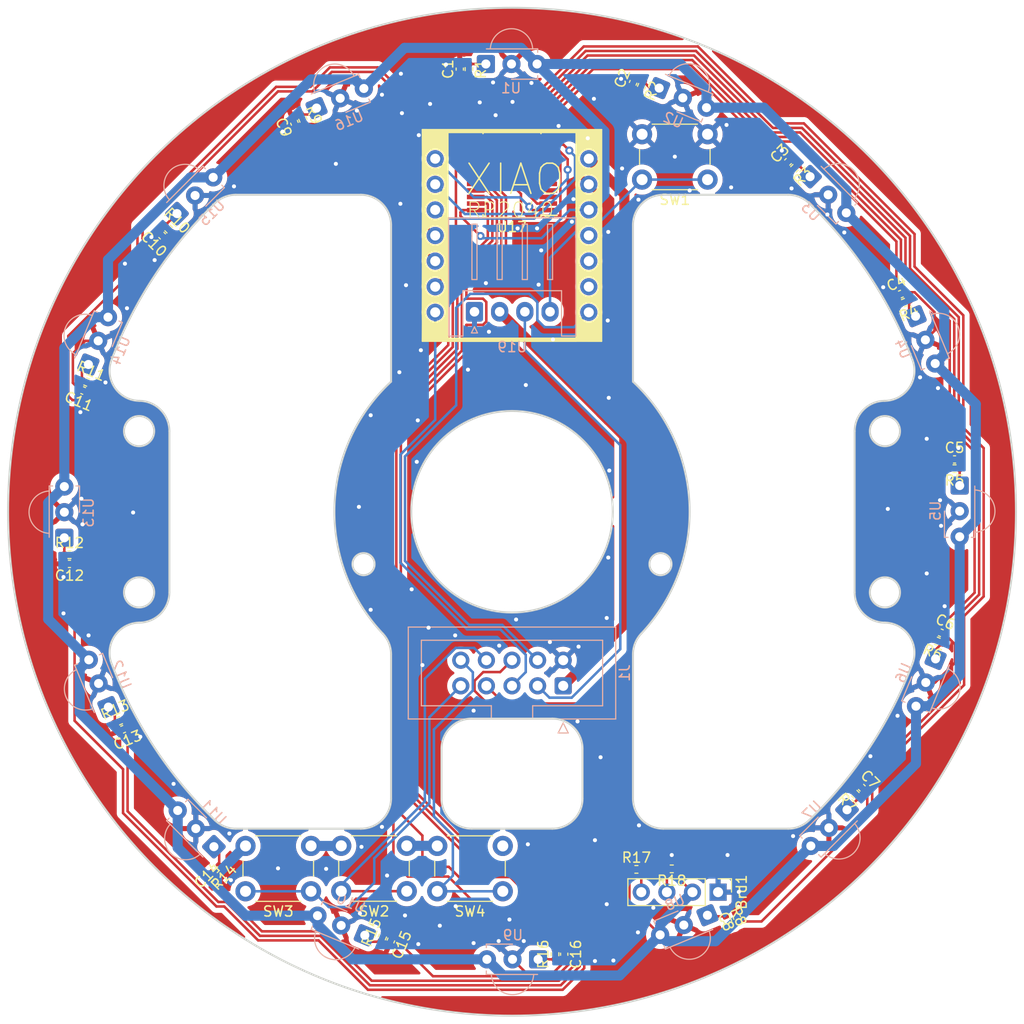
<source format=kicad_pcb>
(kicad_pcb (version 20221018) (generator pcbnew)
  (layers (0 "F.Cu" signal) (31 "B.Cu" signal) (34 "B.Paste" user) (35 "F.Paste" user) (36 "B.SilkS" user "B.Silkscreen") (37 "F.SilkS" user "F.Silkscreen") (38 "B.Mask" user) (39 "F.Mask" user) (44 "Edge.Cuts" user))
  (net 0 "")
  (net 1 "GND")
  (net 2 "+3.3V")
  (net 3 "/SCL")
  (net 4 "/SDA")
  (net 5 "/1")
  (net 6 "/2")
  (net 7 "/3")
  (net 8 "/4")
  (net 9 "/5")
  (net 10 "/6")
  (net 11 "/7")
  (net 12 "/8")
  (net 13 "/16")
  (net 14 "/15")
  (net 15 "/14")
  (net 16 "/13")
  (net 17 "/12")
  (net 18 "/11")
  (net 19 "/10")
  (net 20 "/9")
  (net 21 "/DATA3")
  (net 22 "/DATA2")
  (net 23 "/DATA1")
  (net 24 "+5V")
  (net 25 "/CAM_RX")
  (net 26 "/IR_TX")
  (net 27 "/IR_RX")
  (net 28 "/RUN")
  (net 29 "/LEFT")
  (net 30 "/RIGHT")
  (net 31 "Net-(U1-OUT)")
  (net 32 "Net-(U2-OUT)")
  (net 33 "Net-(U3-OUT)")
  (net 34 "Net-(U4-OUT)")
  (net 35 "Net-(U5-OUT)")
  (net 36 "Net-(U6-OUT)")
  (net 37 "Net-(U7-OUT)")
  (net 38 "Net-(U8-OUT)")
  (net 39 "Net-(U9-OUT)")
  (net 40 "Net-(U10-OUT)")
  (net 41 "Net-(U11-OUT)")
  (net 42 "Net-(U12-OUT)")
  (net 43 "Net-(U13-OUT)")
  (net 44 "Net-(U14-OUT)")
  (net 45 "Net-(U15-OUT)")
  (net 46 "Net-(U16-OUT)")
  (net 47 "Net-(U19-rst)")
  (net 48 "/DATA")
  (net 49 "/S0")
  (net 50 "/S1")
  (net 51 "/S3")
  (net 52 "/S2")
  (net 53 "/E")
  (footprint "Resistor_SMD:R_0402_1005Metric" (layer "F.Cu") (at 196.309 84.599799 180)
    (fp_text reference "R5")
    (fp_text value "R")
  )
  (footprint "Resistor_SMD:R_0402_1005Metric" (layer "F.Cu") (at 113.466359 109.612627 22.5)
    (fp_text reference "R13")
    (fp_text value "R")
  )
  (footprint "Capacitor_SMD:C_0402_1005Metric" (layer "F.Cu") (at 122.9868 125.7808 45)
    (fp_text reference "C14")
    (fp_text value "C_Small")
  )
  (footprint "Resistor_SMD:R_0402_1005Metric" (layer "F.Cu") (at 110.200385 76.006132 -22.5)
    (fp_text reference "R11")
    (fp_text value "R")
  )
  (footprint "Capacitor_SMD:C_0402_1005Metric" (layer "F.Cu") (at 108.490999 94.0486 180)
    (fp_text reference "C12")
    (fp_text value "C_Small")
  )
  (footprint "Resistor_SMD:R_0402_1005Metric" (layer "F.Cu") (at 173.7868 129.4892 -67.5)
    (fp_text reference "R8")
    (fp_text value "R")
  )
  (footprint "Capacitor_SMD:C_0402_1005Metric" (layer "F.Cu") (at 194.94954 100.883073 -22.5)
    (fp_text reference "C6")
    (fp_text value "C_Small")
  )
  (footprint "Button_Switch_THT:SW_PUSH_6mm_H4.3mm" (layer "F.Cu") (at 151.4844 126.5322 180)
    (fp_text reference "SW4")
    (fp_text value "SW_Push")
  )
  (footprint "Resistor_SMD:R_0402_1005Metric" (layer "F.Cu") (at 164.7444 124.3584)
    (fp_text reference "R17")
    (fp_text value "R")
  )
  (footprint "Package_SO:SSOP-24_5.3x8.2mm_P0.65mm" (layer "F.Cu") (at 152.4 55.372 180)
    (fp_text reference "U17")
    (fp_text value "CD74HC4067SM")
  )
  (footprint "Resistor_SMD:R_0402_1005Metric" (layer "F.Cu") (at 165.260868 46.667387 -112.5)
    (fp_text reference "R2")
    (fp_text value "R")
  )
  (footprint "Button_Switch_THT:SW_PUSH_6mm_H4.3mm" (layer "F.Cu") (at 141.9582 126.5216 180)
    (fp_text reference "SW2")
    (fp_text value "SW_Push")
  )
  (footprint "Resistor_SMD:R_0402_1005Metric" (layer "F.Cu") (at 118.334281 60.836014 -45)
    (fp_text reference "R10")
    (fp_text value "R")
  )
  (footprint "Button_Switch_THT:SW_PUSH_6mm_H4.3mm" (layer "F.Cu") (at 171.8044 55.9202 180)
    (fp_text reference "SW1")
    (fp_text value "SW_Push")
  )
  (footprint "Resistor_SMD:R_0402_1005Metric" (layer "F.Cu") (at 131.654373 49.933359 -67.5)
    (fp_text reference "R9")
    (fp_text value "R")
  )
  (footprint "Capacitor_SMD:C_0402_1005Metric" (layer "F.Cu") (at 190.983715 67.276579 22.5)
    (fp_text reference "C4")
    (fp_text value "C_Small")
  )
  (footprint "Capacitor_SMD:C_0402_1005Metric" (layer "F.Cu") (at 147.2184 44.958 90)
    (fp_text reference "C1")
    (fp_text value "C_Small")
  )
  (footprint "Capacitor_SMD:C_0402_1005Metric" (layer "F.Cu") (at 130.809579 50.283285 112.5)
    (fp_text reference "C9")
    (fp_text value "C_Small")
  )
  (footprint "Capacitor_SMD:C_0402_1005Metric" (layer "F.Cu") (at 113.816285 110.457421 -157.5)
    (fp_text reference "C13")
    (fp_text value "C_Small")
  )
  (footprint "Resistor_SMD:R_0402_1005Metric" (layer "F.Cu") (at 139.539131 131.066615 67.5)
    (fp_text reference "R15")
    (fp_text value "R")
  )
  (footprint "Capacitor_SMD:C_0402_1005Metric" (layer "F.Cu") (at 179.784408 54.154704 45)
    (fp_text reference "C3")
    (fp_text value "C_Small")
  )
  (footprint "Connector_PinHeader_2.54mm:PinHeader_1x04_P2.54mm_Vertical" (layer "F.Cu") (at 172.847 126.619 -90)
    (fp_text reference "Brd1")
    (fp_text value "SSD1306")
  )
  (footprint "Resistor_SMD:R_0402_1005Metric" (layer "F.Cu") (at 194.599614 101.727867 157.5)
    (fp_text reference "R6")
    (fp_text value "R")
  )
  (footprint "Capacitor_SMD:C_0402_1005Metric" (layer "F.Cu") (at 117.687703 61.482592 135)
    (fp_text reference "C10")
    (fp_text value "C_Small")
  )
  (footprint "Resistor_SMD:R_0402_1005Metric" (layer "F.Cu") (at 186.465719 116.897985 135)
    (fp_text reference "R7")
    (fp_text value "R")
  )
  (footprint "Capacitor_SMD:C_0402_1005Metric" (layer "F.Cu") (at 109.85046 76.850927 157.5)
    (fp_text reference "C11")
    (fp_text value "C_Small")
  )
  (footprint "Resistor_SMD:R_0402_1005Metric" (layer "F.Cu") (at 122.9868 124.3076 -135)
    (fp_text reference "R14")
    (fp_text value "R")
  )
  (footprint "Capacitor_SMD:C_0402_1005Metric" (layer "F.Cu") (at 157.5816 132.776001 -90)
    (fp_text reference "C16")
    (fp_text value "C_Small")
  )
  (footprint "Capacitor_SMD:C_0402_1005Metric" (layer "F.Cu") (at 164.416073 46.317461 67.5)
    (fp_text reference "C2")
    (fp_text value "C_Small")
  )
  (footprint "Capacitor_SMD:C_0402_1005Metric" (layer "F.Cu") (at 140.383927 131.41654 -112.5)
    (fp_text reference "C15")
    (fp_text value "C_Small")
  )
  (footprint "Capacitor_SMD:C_0402_1005Metric" (layer "F.Cu") (at 187.112297 116.251408 -45)
    (fp_text reference "C7")
    (fp_text value "C_Small")
  )
  (footprint "Resistor_SMD:R_0402_1005Metric" (layer "F.Cu") (at 148.1328 44.958 -90)
    (fp_text reference "R1")
    (fp_text value "R")
  )
  (footprint "Capacitor_SMD:C_0402_1005Metric" (layer "F.Cu") (at 174.7012 129.0828 112.5)
    (fp_text reference "C8")
    (fp_text value "C_Small")
  )
  (footprint "Resistor_SMD:R_0402_1005Metric" (layer "F.Cu") (at 168.2516 124.3076 180)
    (fp_text reference "R18")
    (fp_text value "R")
  )
  (footprint "Resistor_SMD:R_0402_1005Metric" (layer "F.Cu") (at 156.667201 132.776002 90)
    (fp_text reference "R16")
    (fp_text value "R")
  )
  (footprint "Capacitor_SMD:C_0402_1005Metric" (layer "F.Cu") (at 196.309001 83.6854)
    (fp_text reference "C5")
    (fp_text value "C_Small")
  )
  (footprint "Resistor_SMD:R_0402_1005Metric" (layer "F.Cu") (at 108.490998 93.134201)
    (fp_text reference "R12")
    (fp_text value "R")
  )
  (footprint "Seeeduino_Xiao:seeeduinoXIAO" (layer "F.Cu") (at 152.2984 61.1378)
    (fp_text reference "U18" hide)
    (fp_text value "Seeeduino_Xiao" hide)
  )
  (footprint "Button_Switch_THT:SW_PUSH_6mm_H4.3mm" (layer "F.Cu") (at 132.4598 126.5322 180)
    (fp_text reference "SW3")
    (fp_text value "SW_Push")
  )
  (footprint "Resistor_SMD:R_0402_1005Metric" (layer "F.Cu") (at 191.333639 68.121374 -157.5)
    (fp_text reference "R4")
    (fp_text value "R")
  )
  (footprint "Resistor_SMD:R_0402_1005Metric" (layer "F.Cu") (at 180.430985 54.801282 -135)
    (fp_text reference "R3")
    (fp_text value "R")
  )
  (footprint "OptoDevice:Vishay_MINICAST-3Pin" (layer "B.Cu") (at 171.791237 128.911501 -157.5)
    (fp_text reference "U8")
    (fp_text value "TSSP58038")
  )
  (footprint "Connector_JST:JST_XH_S4B-XH-A_1x04_P2.50mm_Horizontal" (layer "B.Cu") (at 148.6754 69.0328)
    (fp_text reference "U19")
    (fp_text value "open_mv")
  )
  (footprint "OptoDevice:Vishay_MINICAST-3Pin" (layer "B.Cu") (at 137.795937 130.894413 157.5)
    (fp_text reference "U10")
    (fp_text value "TSSP58038")
  )
  (footprint "OptoDevice:Vishay_MINICAST-3Pin" (layer "B.Cu") (at 192.444501 69.475763 -67.5)
    (fp_text reference "U4")
    (fp_text value "TSSP58038")
  )
  (footprint "OptoDevice:Vishay_MINICAST-3Pin" (layer "B.Cu") (at 133.008763 48.822499 22.5)
    (fp_text reference "U16")
    (fp_text value "TSSP58038")
  )
  (footprint "Connector_IDC:IDC-Header_2x05_P2.54mm_Vertical" (layer "B.Cu") (at 157.48 106.1466 90)
    (fp_text reference "J1")
    (fp_text value "Conn_01x10_Socket")
  )
  (footprint "OptoDevice:Vishay_MINICAST-3Pin" (layer "B.Cu") (at 122.82441 122.106534 135)
    (fp_text reference "U11")
    (fp_text value "TSSP58038")
  )
  (footprint "OptoDevice:Vishay_MINICAST-3Pin" (layer "B.Cu") (at 149.8092 44.45)
    (fp_text reference "U1")
    (fp_text value "TSSP58038")
  )
  (footprint "OptoDevice:Vishay_MINICAST-3Pin" (layer "B.Cu") (at 181.97559 55.627466 -45)
    (fp_text reference "U3")
    (fp_text value "TSSP58038")
  )
  (footprint "OptoDevice:Vishay_MINICAST-3Pin" (layer "B.Cu") (at 185.639534 118.44259 -135)
    (fp_text reference "U7")
    (fp_text value "TSSP58038")
  )
  (footprint "OptoDevice:Vishay_MINICAST-3Pin" (layer "B.Cu") (at 194.427413 103.471063 -112.5)
    (fp_text reference "U6")
    (fp_text value "TSSP58038")
  )
  (footprint "OptoDevice:Vishay_MINICAST-3Pin" (layer "B.Cu") (at 167.004063 46.839587 -22.5)
    (fp_text reference "U2")
    (fp_text value "TSSP58038")
  )
  (footprint "OptoDevice:Vishay_MINICAST-3Pin" (layer "B.Cu") (at 110.372587 74.262937 67.5)
    (fp_text reference "U14")
    (fp_text value "TSSP58038")
  )
  (footprint "OptoDevice:Vishay_MINICAST-3Pin" (layer "B.Cu") (at 154.9908 133.284 180)
    (fp_text reference "U9")
    (fp_text value "TSSP58038")
  )
  (footprint "OptoDevice:Vishay_MINICAST-3Pin" (layer "B.Cu") (at 196.817 86.2762 -90)
    (fp_text reference "U5")
    (fp_text value "TSSP58038")
  )
  (footprint "OptoDevice:Vishay_MINICAST-3Pin" (layer "B.Cu") (at 107.983 91.4578 90)
    (fp_text reference "U13")
    (fp_text value "TSSP58038")
  )
  (footprint "OptoDevice:Vishay_MINICAST-3Pin" (layer "B.Cu") (at 112.355499 108.258237 112.5)
    (fp_text reference "U12")
    (fp_text value "TSSP58038")
  )
  (footprint "OptoDevice:Vishay_MINICAST-3Pin" (layer "B.Cu") (at 119.160466 59.29141 45)
    (fp_text reference "U15")
    (fp_text value "TSSP58038")
  )
  (gr_line (start 145.402 117.3238) (end 145.402 112.3978) (stroke (width 0.2)) (layer "Edge.Cuts"))
  (gr_arc (start 148.402 120.3238) (mid 146.28068 119.44512) (end 145.402 117.3238) (stroke (width 0.2)) (layer "Edge.Cuts"))
  (gr_arc (start 181.884731 58.263041) (mid 187.876215 65.46803) (end 192.143142 73.810877) (stroke (width 0.2)) (layer "Edge.Cuts"))
  (gr_arc (start 156.402 109.3978) (mid 158.52332 110.27648) (end 159.402 112.3978) (stroke (width 0.2)) (layer "Edge.Cuts"))
  (gr_line (start 167.402 120.3238) (end 179.803597 120.3238) (stroke (width 0.2)) (layer "Edge.Cuts"))
  (gr_arc (start 164.402 103.023783) (mid 164.613923 101.916253) (end 165.219749 100.965196) (stroke (width 0.2)) (layer "Edge.Cuts"))
  (gr_line (start 140.402 75.970446) (end 140.402 60.4238) (stroke (width 0.2)) (layer "Edge.Cuts"))
  (gr_arc (start 164.402 60.4238) (mid 165.28068 58.30248) (end 167.402 57.4238) (stroke (width 0.2)) (layer "Edge.Cuts"))
  (gr_arc (start 139.584251 100.965196) (mid 140.190077 101.916253) (end 140.402 103.023783) (stroke (width 0.2)) (layer "Edge.Cuts"))
  (gr_arc (start 137.402 57.4238) (mid 139.52332 58.30248) (end 140.402 60.4238) (stroke (width 0.2)) (layer "Edge.Cuts"))
  (gr_line (start 137.402 57.4238) (end 125.000403 57.4238) (stroke (width 0.2)) (layer "Edge.Cuts"))
  (gr_arc (start 140.402 117.3238) (mid 139.52332 119.44512) (end 137.402 120.3238) (stroke (width 0.2)) (layer "Edge.Cuts"))
  (gr_arc (start 167.402 120.3238) (mid 165.28068 119.44512) (end 164.402 117.3238) (stroke (width 0.2)) (layer "Edge.Cuts"))
  (gr_arc (start 181.884731 119.484559) (mid 180.925587 120.10609) (end 179.803597 120.3238) (stroke (width 0.2)) (layer "Edge.Cuts"))
  (gr_line (start 186.402001 96.8738) (end 186.402 80.8738) (stroke (width 0.2)) (layer "Edge.Cuts"))
  (gr_arc (start 192.143142 73.810877) (mid 191.815742 76.565364) (end 189.369942 77.873971) (stroke (width 0.2)) (layer "Edge.Cuts"))
  (gr_arc (start 115.434058 77.873971) (mid 112.988254 76.565365) (end 112.660858 73.810877) (stroke (width 0.2)) (layer "Edge.Cuts"))
  (gr_arc (start 186.402 80.8738) (mid 187.269375 78.763844) (end 189.369942 77.873971) (stroke (width 0.2)) (layer "Edge.Cuts"))
  (gr_arc (start 112.660858 103.936723) (mid 112.988282 101.182275) (end 115.434058 99.873629) (stroke (width 0.2)) (layer "Edge.Cuts"))
  (gr_circle (center 189.402 96.8738) (end 187.902 96.8738) (stroke (width 0.2)) (fill none) (layer "Edge.Cuts"))
  (gr_arc (start 189.369942 99.873628) (mid 187.269376 98.983755) (end 186.402001 96.8738) (stroke (width 0.2)) (layer "Edge.Cuts"))
  (gr_circle (center 115.402 96.8738) (end 113.902 96.8738) (stroke (width 0.2)) (fill none) (layer "Edge.Cuts"))
  (gr_line (start 164.402 103.023783) (end 164.402 117.3238) (stroke (width 0.2)) (layer "Edge.Cuts"))
  (gr_arc (start 112.660858 73.810877) (mid 116.927785 65.46803) (end 122.919269 58.263041) (stroke (width 0.2)) (layer "Edge.Cuts"))
  (gr_arc (start 189.369942 99.873628) (mid 191.815741 101.182236) (end 192.143142 103.936723) (stroke (width 0.2)) (layer "Edge.Cuts"))
  (gr_line (start 148.402 109.3978) (end 156.402 109.3978) (stroke (width 0.2)) (layer "Edge.Cuts"))
  (gr_circle (center 167.132 94.0738) (end 166.032 94.0738) (stroke (width 0.2)) (fill none) (layer "Edge.Cuts"))
  (gr_arc (start 164.402 75.970446) (mid 170.013489 88.297608) (end 165.219749 100.965196) (stroke (width 0.2)) (layer "Edge.Cuts"))
  (gr_line (start 156.402 120.3238) (end 148.402 120.3238) (stroke (width 0.2)) (layer "Edge.Cuts"))
  (gr_arc (start 125.000403 120.3238) (mid 123.878413 120.106091) (end 122.919269 119.484559) (stroke (width 0.2)) (layer "Edge.Cuts"))
  (gr_circle (center 115.402 80.8738) (end 113.902 80.8738) (stroke (width 0.2)) (fill none) (layer "Edge.Cuts"))
  (gr_line (start 118.402 80.8738) (end 118.402 96.8738) (stroke (width 0.2)) (layer "Edge.Cuts"))
  (gr_line (start 179.803597 57.4238) (end 167.402 57.4238) (stroke (width 0.2)) (layer "Edge.Cuts"))
  (gr_arc (start 115.434058 77.873971) (mid 117.534625 78.763844) (end 118.402 80.8738) (stroke (width 0.2)) (layer "Edge.Cuts"))
  (gr_circle (center 152.402 88.8738) (end 142.402 88.8738) (stroke (width 0.2)) (fill none) (layer "Edge.Cuts"))
  (gr_line (start 140.402 117.3238) (end 140.402 103.023783) (stroke (width 0.2)) (layer "Edge.Cuts"))
  (gr_arc (start 122.919269 58.263041) (mid 123.878413 57.641511) (end 125.000403 57.4238) (stroke (width 0.2)) (layer "Edge.Cuts"))
  (gr_arc (start 159.402 117.3238) (mid 158.52332 119.44512) (end 156.402 120.3238) (stroke (width 0.2)) (layer "Edge.Cuts"))
  (gr_circle (center 189.402 80.8738) (end 187.902 80.8738) (stroke (width 0.2)) (fill none) (layer "Edge.Cuts"))
  (gr_line (start 159.402 112.3978) (end 159.402 117.3238) (stroke (width 0.2)) (layer "Edge.Cuts"))
  (gr_arc (start 179.803597 57.4238) (mid 180.925587 57.64151) (end 181.884731 58.263041) (stroke (width 0.2)) (layer "Edge.Cuts"))
  (gr_arc (start 122.919269 119.484559) (mid 116.927785 112.27957) (end 112.660858 103.936723) (stroke (width 0.2)) (layer "Edge.Cuts"))
  (gr_arc (start 145.402 112.3978) (mid 146.28068 110.27648) (end 148.402 109.3978) (stroke (width 0.2)) (layer "Edge.Cuts"))
  (gr_circle (center 137.672 94.0738) (end 136.572 94.0738) (stroke (width 0.2)) (fill none) (layer "Edge.Cuts"))
  (gr_line (start 125.000403 120.3238) (end 137.402 120.3238) (stroke (width 0.2)) (layer "Edge.Cuts"))
  (gr_arc (start 139.584251 100.965196) (mid 134.790511 88.297608) (end 140.402 75.970446) (stroke (width 0.2)) (layer "Edge.Cuts"))
  (gr_arc (start 192.143142 103.936723) (mid 187.876215 112.27957) (end 181.884731 119.484559) (stroke (width 0.2)) (layer "Edge.Cuts"))
  (gr_line (start 164.402 60.4238) (end 164.402 75.970446) (stroke (width 0.2)) (layer "Edge.Cuts"))
  (gr_circle (center 152.402 88.8738) (end 102.402 88.8738) (stroke (width 0.2)) (fill none) (layer "Edge.Cuts"))
  (gr_arc (start 118.402 96.8738) (mid 117.534624 98.983756) (end 115.434058 99.873629) (stroke (width 0.2)) (layer "Edge.Cuts"))
  (segment (start 196.3564 102.030159) (end 196.3564 103.8496) (width 0.25) (layer "F.Cu") (net 1))
  (segment (start 108.8318 73.156294) (end 110.071811 71.916283) (width 0.25) (layer "F.Cu") (net 1))
  (segment (start 117.100719 61.143181) (end 116.621749 61.622151) (width 0.25) (layer "F.Cu") (net 1))
  (segment (start 194.316517 69.070513) (end 194.316517 70.922417) (width 0.25) (layer "F.Cu") (net 1))
  (segment (start 163.269601 45.873999) (end 163.2204 45.9232) (width 0.25) (layer "F.Cu") (net 1))
  (segment (start 187.649697 118.393507) (end 185.804563 120.238641) (width 0.25) (layer "F.Cu") (net 1))
  (segment (start 117.348292 61.143181) (end 117.100719 61.143181) (width 0.25) (layer "F.Cu") (net 1))
  (segment (start 179.951693 53.815293) (end 180.123819 53.815293) (width 0.25) (layer "F.Cu") (net 1))
  (segment (start 196.789001 82.641401) (end 196.789001 83.6854) (width 0.25) (layer "F.Cu") (net 1))
  (segment (start 109.406998 76.667239) (end 108.8318 76.092041) (width 0.25) (layer "F.Cu") (net 1))
  (segment (start 194.388283 105.817717) (end 193.455397 105.817717) (width 0.25) (layer "F.Cu") (net 1))
  (segment (start 108.8318 76.092041) (end 108.8318 73.156294) (width 0.25) (layer "F.Cu") (net 1))
  (segment (start 187.649697 116.788808) (end 187.649697 118.393507) (width 0.25) (layer "F.Cu") (net 1))
  (segment (start 153.6758 134.509) (end 152.4508 133.284) (width 0.25) (layer "F.Cu") (net 1))
  (segment (start 192.338895 67.092891) (end 194.316517 69.070513) (width 0.25) (layer "F.Cu") (net 1))
  (segment (start 159.8994 51.797) (end 159.9184 51.816) (width 0.25) (layer "F.Cu") (net 1))
  (segment (start 157.5816 133.536) (end 156.6086 134.509) (width 0.25) (layer "F.Cu") (net 1))
  (segment (start 185.804563 120.238641) (end 183.843483 120.238641) (width 0.25) (layer "F.Cu") (net 1))
  (segment (start 187.451708 116.590819) (end 187.649697 116.788808) (width 0.25) (layer "F.Cu") (net 1))
  (segment (start 164.599761 45.873999) (end 163.269601 45.873999) (width 0.25) (layer "F.Cu") (net 1))
  (segment (start 156.6086 134.509) (end 153.6758 134.509) (width 0.25) (layer "F.Cu") (net 1))
  (segment (start 196.6976 82.55) (end 196.789001 82.641401) (width 0.25) (layer "F.Cu") (net 1))
  (segment (start 156 51.797) (end 159.8994 51.797) (width 0.25) (layer "F.Cu") (net 1))
  (segment (start 195.393002 101.066761) (end 196.3564 102.030159) (width 0.25) (layer "F.Cu") (net 1))
  (segment (start 110.071811 71.916283) (end 111.344603 71.916283) (width 0.25) (layer "F.Cu") (net 1))
  (segment (start 157.5816 133.256001) (end 157.5816 133.536) (width 0.25) (layer "F.Cu") (net 1))
  (segment (start 179.1716 53.0352) (end 179.951693 53.815293) (width 0.25) (layer "F.Cu") (net 1))
  (segment (start 196.3564 103.8496) (end 194.388283 105.817717) (width 0.25) (layer "F.Cu") (net 1))
  (segment (start 191.427177 67.092891) (end 192.338895 67.092891) (width 0.25) (layer "F.Cu") (net 1))
  (segment (start 194.316517 70.922417) (end 193.416517 71.822417) (width 0.25) (layer "F.Cu") (net 1))
  (via (at 113.9952 64.262) (size 0.8) (drill 0.4) (layers "F.Cu" "B.Cu") (net 1))
  (via (at 193.548 81.6356) (size 0.8) (drill 0.4) (layers "F.Cu" "B.Cu") (net 1))
  (via (at 137.0076 49.0728) (size 0.8) (drill 0.4) (layers "F.Cu" "B.Cu") (net 1))
  (via (at 159.9184 51.816) (size 0.8) (drill 0.4) (layers "F.Cu" "B.Cu") (net 1))
  (via (at 159.004 102.2604) (size 0.8) (drill 0.4) (layers "F.Cu" "B.Cu") (net 1))
  (via (at 153.7716 76.3016) (size 0.8) (drill 0.4) (layers "F.Cu" "B.Cu") (net 1))
  (via (at 156.464 71.7804) (size 0.8) (drill 0.4) (layers "F.Cu" "B.Cu") (net 1))
  (via (at 144.1196 100.3808) (size 0.8) (drill 0.4) (layers "F.Cu" "B.Cu") (net 1))
  (via (at 109.7788 90.1192) (size 0.8) (drill 0.4) (layers "F.Cu" "B.Cu") (net 1))
  (via (at 164.9476 57.912) (size 0.8) (drill 0.4) (layers "F.Cu" "B.Cu") (net 1))
  (via (at 110.3884 101.1428) (size 0.8) (drill 0.4) (layers "F.Cu" "B.Cu") (net 1))
  (via (at 162.0012 77.5716) (size 0.8) (drill 0.4) (layers "F.Cu" "B.Cu") (net 1))
  (via (at 158.9024 109.6772) (size 0.8) (drill 0.4) (layers "F.Cu" "B.Cu") (net 1))
  (via (at 153.5684 131.4704) (size 0.8) (drill 0.4) (layers "F.Cu" "B.Cu") (net 1))
  (via (at 129.1844 124.2568) (size 0.8) (drill 0.4) (layers "F.Cu" "B.Cu") (net 1))
  (via (at 161.9504 61.1124) (size 0.8) (drill 0.4) (layers "F.Cu" "B.Cu") (net 1))
  (via (at 161.8996 69.9008) (size 0.8) (drill 0.4) (layers "F.Cu" "B.Cu") (net 1))
  (via (at 143.3576 72.8472) (size 0.8) (drill 0.4) (layers "F.Cu" "B.Cu") (net 1))
  (via (at 150.5204 46.2788) (size 0.8) (drill 0.4) (layers "F.Cu" "B.Cu") (net 1))
  (via (at 196.6976 82.55) (size 0.8) (drill 0.4) (layers "F.Cu" "B.Cu") (net 1))
  (via (at 133.9596 124.3076) (size 0.8) (drill 0.4) (layers "F.Cu" "B.Cu") (net 1))
  (via (at 173.7868 122.936) (size 0.8) (drill 0.4) (layers "F.Cu" "B.Cu") (net 1))
  (via (at 112.0648 76.0476) (size 0.8) (drill 0.4) (layers "F.Cu" "B.Cu") (net 1))
  (via (at 146.7612 101.1428) (size 0.8) (drill 0.4) (layers "F.Cu" "B.Cu") (net 1))
  (via (at 109.5756 78.994) (size 0.8) (drill 0.4) (layers "F.Cu" "B.Cu") (net 1))
  (via (at 162.4584 133.4008) (size 0.8) (drill 0.4) (layers "F.Cu" "B.Cu") (net 1))
  (via (at 154.8892 60.7568) (size 0.8) (drill 0.4) (layers "F.Cu" "B.Cu") (net 1))
  (via (at 149.8092 66.1924) (size 0.8) (drill 0.4) (layers "F.Cu" "B.Cu") (net 1))
  (via (at 118.8212 115.8748) (size 0.8) (drill 0.4) (layers "F.Cu" "B.Cu") (net 1))
  (via (at 189.23 66.5988) (size 0.8) (drill 0.4) (layers "F.Cu" "B.Cu") (net 1))
  (via (at 143.0528 79.8068) (size 0.8) (drill 0.4) (layers "F.Cu" "B.Cu") (net 1))
  (via (at 155.0416 66.3448) (size 0.8) (drill 0.4) (layers "F.Cu" "B.Cu") (net 1))
  (via (at 151.0792 131.4704) (size 0.8) (drill 0.4) (layers "F.Cu" "B.Cu") (net 1))
  (via (at 148.59 108.6104) (size 0.8) (drill 0.4) (layers "F.Cu" "B.Cu") (net 1))
  (via (at 139.4968 120.142) (size 0.8) (drill 0.4) (layers "F.Cu" "B.Cu") (net 1))
  (via (at 148.0312 74.7776) (size 0.8) (drill 0.4) (layers "F.Cu" "B.Cu") (net 1))
  (via (at 161.9504 93.4212) (size 0.8) (drill 0.4) (layers "F.Cu" "B.Cu") (net 1))
  (via (at 192.8876 75.5396) (size 0.8) (drill 0.4) (layers "F.Cu" "B.Cu") (net 1))
  (via (at 183.6928 59.3852) (size 0.8) (drill 0.4) (layers "F.Cu" "B.Cu") (net 1))
  (via (at 141.8844 66.3956) (size 0.8) (drill 0.4) (layers "F.Cu" "B.Cu") (net 1))
  (via (at 142.9512 83.9216) (size 0.8) (drill 0.4) (layers "F.Cu" "B.Cu") (net 1))
  (via (at 114.1984 68.6816) (size 0.8) (drill 0.4) (layers "F.Cu" "B.Cu") (net 1))
  (via (at 124.8156 56.5912) (size 0.8) (drill 0.4) (layers "F.Cu" "B.Cu") (net 1))
  (via (at 145.8468 44.5008) (size 0.8) (drill 0.4) (layers "F.Cu" "B.Cu") (net 1))
  (via (at 139.4968 47.498) (size 0.8) (drill 0.4) (layers "F.Cu" "B.Cu") (net 1))
  (via (at 109.6772 87.5792) (size 0.8) (drill 0.4) (layers "F.Cu" "B.Cu") (net 1))
  (via (at 137.2108 88.392) (size 0.8) (drill 0.4) (layers "F.Cu" "B.Cu") (net 1))
  (via (at 116.9416 63.9064) (size 0.8) (drill 0.4) (layers "F.Cu" "B.Cu") (net 1))
  (via (at 162.052 84.7852) (size 0.8) (drill 0.4) (layers "F.Cu" "B.Cu") (net 1))
  (via (at 151.13 102.1588) (size 0.8) (drill 0.4) (layers "F.Cu" "B.Cu") (net 1))
  (via (at 107.8992 98.9584) (size 0.8) (drill 0.4) (layers "F.Cu" "B.Cu") (net 1))
  (via (at 161.798 99.4156) (size 0.8) (drill 0.4) (layers "F.Cu" "B.Cu") (net 1))
  (via (at 137.3124 128.7272) (size 0.8) (drill 0.4) (layers "F.Cu" "B.Cu") (net 1))
  (via (at 141.7828 128.9304) (size 0.8) (drill 0.4) (layers "F.Cu" "B.Cu") (net 1))
  (via (at 143.1036 131.7752) (size 0.8) (drill 0.4) (layers "F.Cu" "B.Cu") (net 1))
  (via (at 134.9248 54.356) (size 0.8) (drill 0.4) (layers "F.Cu" "B.Cu") (net 1))
  (via (at 141.3256 58.3184) (size 0.8) (drill 0.4) (layers "F.Cu" "B.Cu") (net 1))
  (via (at 161.1884 113.2332) (size 0.8) (drill 0.4) (layers "F.Cu" "B.Cu") (net 1))
  (via (at 166.4208 128.1684) (size 0.8) (drill 0.4) (layers "F.Cu" "B.Cu") (net 1))
  (via (at 174.1424 56.6928) (size 0.8) (drill 0.4) (layers "F.Cu" "B.Cu") (net 1))
  (via (at 153.9748 121.8692) (size 0.8) (drill 0.4) (layers "F.Cu" "B.Cu") (net 1))
  (via (at 160.6296 121.4628) (size 0.8) (drill 0.4) (layers "F.Cu" "B.Cu") (net 1))
  (via (at 187.96 113.1316) (size 0.8) (drill 0.4) (layers "F.Cu" "B.Cu") (net 1))
  (via (at 185.3692 61.1632) (size 0.8) (drill 0.4) (layers "F.Cu" "B.Cu") (net 1))
  (via (at 154.3304 46.3296) (size 0.8) (drill 0.4) (layers "F.Cu" "B.Cu") (net 1))
  (via (at 155.2956 62.9412) (size 0.8) (drill 0.4) (layers "F.Cu" "B.Cu") (net 1))
  (via (at 174.9044 126.5936) (size 0.8) (drill 0.4) (layers "F.Cu" "B.Cu") (net 1))
  (via (at 164.8968 130.6068) (size 0.8) (drill 0.4) (layers "F.Cu" "B.Cu") (net 1))
  (via (at 158.3436 60.0964) (size 0.8) (drill 0.4) (layers "F.Cu" "B.Cu") (net 1))
  (via (at 168.2496 122.936) (size 0.8) (drill 0.4) (layers "F.Cu" "B.Cu") (net 1))
  (via (at 189.6872 88.5952) (size 0.8) (drill 0.4) (layers "F.Cu" "B.Cu") (net 1))
  (via (at 149.1996 48.26) (size 0.8) (drill 0.4) (layers "F.Cu" "B.Cu") (net 1))
  (via (at 156.1592 101.8032) (size 0.8) (drill 0.4) (layers "F.Cu" "B.Cu") (net 1))
  (via (at 141.3764 45.4152) (size 0.8) (drill 0.4) (layers "F.Cu" "B.Cu") (net 1))
  (via (at 158.496 57.8612) (size 0.8) (drill 0.4) (layers "F.Cu" "B.Cu") (net 1))
  (via (at 152.146 129.3368) (size 0.8) (drill 0.4) (layers "F.Cu" "B.Cu") (net 1))
  (via (at 124.5108 125.4252) (size 0.8) (drill 0.4) (layers "F.Cu" "B.Cu") (net 1))
  (via (at 107.8992 95.3516) (size 0.8) (drill 0.4) (layers "F.Cu" "B.Cu") (net 1))
  (via (at 114.808 88.9508) (size 0.8) (drill 0.4) (layers "F.Cu" "B.Cu") (net 1))
  (via (at 142.4432 96.5708) (size 0.8) (drill 0.4) (layers "F.Cu" "B.Cu") (net 1))
  (via (at 180.2892 121.0564) (size 0.8) (drill 0.4) (layers "F.Cu" "B.Cu") (net 1))
  (via (at 148.59 131.6736) (size 0.8) (drill 0.4) (layers "F.Cu" "B.Cu") (net 1))
  (via (at 116.621749 61.622151) (size 0.8) (drill 0.4) (layers "F.Cu" "B.Cu") (net 1))
  (via (at 152.4508 48.2092) (size 0.8) (drill 0.4) (layers "F.Cu" "B.Cu") (net 1))
  (via (at 150.7744 49.53) (size 0.8) (drill 0.4) (layers "F.Cu" "B.Cu") (net 1))
  (via (at 160.6296 133.4516) (size 0.8) (drill 0.4) (layers "F.Cu" "B.Cu") (net 1))
  (via (at 150.114 71.0184) (size 0.8) (drill 0.4) (layers "F.Cu" "B.Cu") (net 1))
  (via (at 161.798 127.8128) (size 0.8) (drill 0.4) (layers "F.Cu" "B.Cu") (net 1))
  (via (at 152.8064 99.568) (size 0.8) (drill 0.4) (layers "F.Cu" "B.Cu") (net 1))
  (via (at 194.6656 76.6064) (size 0.8) (drill 0.4) (layers "F.Cu" "B.Cu") (net 1))
  (via (at 163.2204 45.9232) (size 0.8) (drill 0.4) (layers "F.Cu" "B.Cu") (net 1))
  (via (at 160.528 47.9044) (size 0.8) (drill 0.4) (layers "F.Cu" "B.Cu") (net 1))
  (via (at 138.3792 98.6028) (size 0.8) (drill 0.4) (layers "F.Cu" "B.Cu") (net 1))
  (via (at 145.2372 129.9464) (size 0.8) (drill 0.4) (layers "F.Cu" "B.Cu") (net 1))
  (via (at 163.322 54.8132) (size 0.8) (drill 0.4) (layers "F.Cu" "B.Cu") (net 1))
  (via (at 138.3792 79.2988) (size 0.8) (drill 0.4) (layers "F.Cu" "B.Cu") (net 1))
  (via (at 170.0276 56.9976) (size 0.8) (drill 0.4) (layers "F.Cu" "B.Cu") (net 1))
  (via (at 143.51 104.0892) (size 0.8) (drill 0.4) (layers "F.Cu" "B.Cu") (net 1))
  (via (at 193.548 94.996) (size 0.8) (drill 0.4) (layers "F.Cu" "B.Cu") (net 1))
  (via (at 164.9984 119.9896) (size 0.8) (drill 0.4) (layers "F.Cu" "B.Cu") (net 1))
  (via (at 194.8688 87.7316) (size 0.8) (drill 0.4) (layers "F.Cu" "B.Cu") (net 1))
  (via (at 190.6524 109.1184) (size 0.8) (drill 0.4) (layers "F.Cu" "B.Cu") (net 1))
  (via (at 140.0048 124.968) (size 0.8) (drill 0.4) (layers "F.Cu" "B.Cu") (net 1))
  (via (at 144.272 48.4124) (size 0.8) (drill 0.4) (layers "F.Cu" "B.Cu") (net 1))
  (via (at 152.9588 60.7568) (size 0.8) (drill 0.4) (layers "F.Cu" "B.Cu") (net 1))
  (via (at 194.9704 90.2716) (size 0.8) (drill 0.4) (layers "F.Cu" "B.Cu") (net 1))
  (via (at 168.5544 53.6448) (size 0.8) (drill 0.4) (layers "F.Cu" "B.Cu") (net 1))
  (via (at 115.5192 111.2012) (size 0.8) (drill 0.4) (layers "F.Cu" "B.Cu") (net 1))
  (via (at 137.4648 122.1232) (size 0.8) (drill 0.4) (layers "F.Cu" "B.Cu") (net 1))
  (via (at 180.1368 56.7944) (size 0.8) (drill 0.4) (layers "F.Cu" "B.Cu") (net 1))
  (via (at 157.0228 50.5968) (size 0.8) (drill 0.4) (layers "F.Cu" "B.Cu") (net 1))
  (via (at 173.6852 50.4952) (size 0.8) (drill 0.4) (layers "F.Cu" "B.Cu") (net 1))
  (via (at 141.478 49.3268) (size 0.8) (drill 0.4) (layers "F.Cu" "B.Cu") (net 1))
  (via (at 195.326 98.2472) (size 0.8) (drill 0.4) (layers "F.Cu" "B.Cu") (net 1))
  (via (at 141.224 75.0316) (size 0.8) (drill 0.4) (layers "F.Cu" "B.Cu") (net 1))
  (via (at 143.1544 51.5112) (size 0.8) (drill 0.4) (layers "F.Cu" "B.Cu") (net 1))
  (via (at 179.1716 53.0352) (size 0.8) (drill 0.4) (layers "F.Cu" "B.Cu") (net 1))
  (via (at 124.3584 120.8024) (size 0.8) (drill 0.4) (layers "F.Cu" "B.Cu") (net 1))
  (via (at 129.6416 51.1556) (size 0.8) (drill 0.4) (layers "F.Cu" "B.Cu") (net 1))
  (via (at 146.812 128.016) (size 0.8) (drill 0.4) (layers "F.Cu" "B.Cu") (net 1))
  (segment (start 164.052 124.5408) (end 164.052 127.809604) (width 0.25) (layer "F.Cu") (net 2))
  (segment (start 147.5042 58.947) (end 147.2874 59.1638) (width 0.25) (layer "F.Cu") (net 2))
  (segment (start 147.2874 59.4868) (end 147.2874 59.5307) (width 0.25) (layer "F.Cu") (net 2))
  (segment (start 148.8 58.947) (end 147.5042 58.947) (width 0.25) (layer "F.Cu") (net 2))
  (segment (start 168.7616 124.3076) (end 168.7616 125.0736) (width 0.25) (layer "F.Cu") (net 2))
  (segment (start 147.2874 59.5307) (end 149.271351 61.514651) (width 0.25) (layer "F.Cu") (net 2))
  (segment (start 164.052 127.809604) (end 167.097929 130.855533) (width 0.25) (layer "F.Cu") (net 2))
  (segment (start 168.7616 125.0736) (end 170.307 126.619) (width 0.25) (layer "F.Cu") (net 2))
  (segment (start 164.2344 124.3584) (end 164.052 124.5408) (width 0.25) (layer "F.Cu") (net 2))
  (segment (start 147.2874 59.1638) (end 147.2874 59.4868) (width 0.25) (layer "F.Cu") (net 2))
  (via (at 149.271351 61.514651) (size 0.8) (drill 0.4) (layers "F.Cu" "B.Cu") (net 2))
  (segment (start 184.310174 122.034692) (end 182.047432 122.034692) (width 1) (layer "B.Cu") (net 2))
  (segment (start 151.5108 134.884) (end 149.9108 133.284) (width 1) (layer "B.Cu") (net 2))
  (segment (start 123.124118 124.867882) (end 123.124118 126.100682) (width 1) (layer "B.Cu") (net 2))
  (segment (start 133.102629 128.950381) (end 125.973817 128.950381) (width 1) (layer "B.Cu") (net 2))
  (segment (start 158.1404 58.928) (end 160.02 58.928) (width 0.25) (layer "B.Cu") (net 2))
  (segment (start 111.043827 69.569629) (end 112.316619 69.569629) (width 1) (layer "B.Cu") (net 2))
  (segment (start 196.817 91.3562) (end 196.817 105.103544) (width 1) (layer "B.Cu") (net 2))
  (segment (start 119.232308 118.514432) (end 109.511467 108.793591) (width 1) (layer "B.Cu") (net 2))
  (segment (start 109.511467 108.793591) (end 109.511467 104.464929) (width 1) (layer "B.Cu") (net 2))
  (segment (start 120.489826 55.699308) (end 122.752568 55.699308) (width 1) (layer "B.Cu") (net 2))
  (segment (start 119.232308 122.208872) (end 119.232308 118.514432) (width 1) (layer "B.Cu") (net 2))
  (segment (start 192.483381 113.861485) (end 184.310174 122.034692) (width 1) (layer "B.Cu") (net 2))
  (segment (start 196.817 105.103544) (end 193.756173 108.164371) (width 1) (layer "B.Cu") (net 2))
  (segment (start 171.697371 47.034171) (end 171.697371 48.783619) (width 1) (layer "B.Cu") (net 2))
  (segment (start 153.2892 42.85) (end 154.8892 44.45) (width 1) (layer "B.Cu") (net 2))
  (segment (start 135.4476 122.0322) (end 135.4582 122.0216) (width 1) (layer "B.Cu") (net 2))
  (segment (start 155.3326 61.7358) (end 158.1404 58.928) (width 0.25) (layer "B.Cu") (net 2))
  (segment (start 137.702071 46.878467) (end 141.730538 42.85) (width 1) (layer "B.Cu") (net 2))
  (segment (start 110.411467 103.564929) (end 106.383 99.536462) (width 1) (layer "B.Cu") (net 2))
  (segment (start 194.388533 74.169071) (end 198.417 78.197538) (width 1) (layer "B.Cu") (net 2))
  (segment (start 167.725913 131.483517) (end 167.097929 130.855533) (width 1) (layer "B.Cu") (net 2))
  (segment (start 141.730538 42.85) (end 153.2892 42.85) (width 1) (layer "B.Cu") (net 2))
  (segment (start 167.097929 129.828071) (end 170.307 126.619) (width 1) (layer "B.Cu") (net 2))
  (segment (start 112.316619 63.872515) (end 120.489826 55.699308) (width 1) (layer "B.Cu") (net 2))
  (segment (start 136.548144 133.284) (end 133.102629 129.838485) (width 1) (layer "B.Cu") (net 2))
  (segment (start 177.394485 48.783619) (end 185.567692 56.956826) (width 1) (layer "B.Cu") (net 2))
  (segment (start 149.4925 61.7358) (end 155.3326 61.7358) (width 0.25) (layer "B.Cu") (net 2))
  (segment (start 122.752568 55.699308) (end 132.473409 45.978467) (width 1) (layer "B.Cu") (net 2))
  (segment (start 161.57 51.1308) (end 161.57 57.378) (width 1) (layer "B.Cu") (net 2))
  (segment (start 154.8892 44.45) (end 161.57 51.1308) (width 1) (layer "B.Cu") (net 2))
  (segment (start 163.069462 134.884) (end 151.5108 134.884) (width 1) (layer "B.Cu") (net 2))
  (segment (start 167.097929 130.855533) (end 167.097929 129.828071) (width 1) (layer "B.Cu") (net 2))
  (segment (start 144.9738 122.0216) (end 144.9844 122.0322) (width 1) (layer "B.Cu") (net 2))
  (segment (start 112.316619 69.569629) (end 112.316619 63.872515) (width 1) (layer "B.Cu") (net 2))
  (segment (start 132.473409 45.978467) (end 136.802071 45.978467) (width 1) (layer "B.Cu") (net 2))
  (segment (start 123.124118 126.100682) (end 121.968418 124.944982) (width 1) (layer "B.Cu") (net 2))
  (segment (start 136.802071 45.978467) (end 137.702071 46.878467) (width 1) (layer "B.Cu") (net 2))
  (segment (start 133.102629 129.838485) (end 133.102629 128.950381) (width 1) (layer "B.Cu") (net 2))
  (segment (start 141.9582 122.0216) (end 144.9738 122.0216) (width 1) (layer "B.Cu") (net 2))
  (segment (start 171.697371 48.783619) (end 177.394485 48.783619) (width 1) (layer "B.Cu") (net 2))
  (segment (start 154.8892 44.45) (end 169.1132 44.45) (width 1) (layer "B.Cu") (net 2))
  (segment (start 185.567692 56.956826) (end 185.567692 59.219568) (width 1) (layer "B.Cu") (net 2))
  (segment (start 198.417 78.197538) (end 198.417 89.7562) (width 1) (layer "B.Cu") (net 2))
  (segment (start 167.097929 130.855533) (end 163.069462 134.884) (width 1) (layer "B.Cu") (net 2))
  (segment (start 125.9598 122.0322) (end 123.124118 124.867882) (width 1) (layer "B.Cu") (net 2))
  (segment (start 132.4598 122.0322) (end 135.4476 122.0322) (width 1) (layer "B.Cu") (net 2))
  (segment (start 172.598607 131.483517) (end 167.725913 131.483517) (width 1) (layer "B.Cu") (net 2))
  (segment (start 109.511467 104.464929) (end 110.411467 103.564929) (width 1) (layer "B.Cu") (net 2))
  (segment (start 149.271351 61.514651) (end 149.4925 61.7358) (width 0.25) (layer "B.Cu") (net 2))
  (segment (start 123.047018 124.944982) (end 121.968418 124.944982) (width 1) (layer "B.Cu") (net 2))
  (segment (start 107.983 86.3778) (end 107.983 72.630456) (width 1) (layer "B.Cu") (net 2))
  (segment (start 185.567692 59.219568) (end 195.288533 68.940409) (width 1) (layer "B.Cu") (net 2))
  (segment (start 192.483381 108.164371) (end 192.483381 113.861485) (width 1) (layer "B.Cu") (net 2))
  (segment (start 106.383 87.9778) (end 107.983 86.3778) (width 1) (layer "B.Cu") (net 2))
  (segment (start 161.57 57.378) (end 160.02 58.928) (width 1) (layer "B.Cu") (net 2))
  (segment (start 106.383 99.536462) (end 106.383 87.9778) (width 1) (layer "B.Cu") (net 2))
  (segment (start 107.983 72.630456) (end 111.043827 69.569629) (width 1) (layer "B.Cu") (net 2))
  (segment (start 198.417 89.7562) (end 196.817 91.3562) (width 1) (layer "B.Cu") (net 2))
  (segment (start 195.288533 68.940409) (end 195.288533 73.269071) (width 1) (layer "B.Cu") (net 2))
  (segment (start 121.968418 124.944982) (end 119.232308 122.208872) (width 1) (layer "B.Cu") (net 2))
  (segment (start 125.973817 128.950381) (end 123.124118 126.100682) (width 1) (layer "B.Cu") (net 2))
  (segment (start 169.1132 44.45) (end 171.697371 47.034171) (width 1) (layer "B.Cu") (net 2))
  (segment (start 149.9108 133.284) (end 136.548144 133.284) (width 1) (layer "B.Cu") (net 2))
  (segment (start 193.756173 108.164371) (end 192.483381 108.164371) (width 1) (layer "B.Cu") (net 2))
  (segment (start 195.288533 73.269071) (end 194.388533 74.169071) (width 1) (layer "B.Cu") (net 2))
  (segment (start 125.9598 122.0322) (end 123.047018 124.944982) (width 1) (layer "B.Cu") (net 2))
  (segment (start 182.047432 122.034692) (end 172.598607 131.483517) (width 1) (layer "B.Cu") (net 2))
  (segment (start 167.767 126.619) (end 167.767 124.333) (width 0.25) (layer "F.Cu") (net 3))
  (segment (start 159.512 107.8992) (end 163.7974 112.1846) (width 0.25) (layer "F.Cu") (net 3))
  (segment (start 163.7974 112.1846) (end 163.7974 120.3634) (width 0.25) (layer "F.Cu") (net 3))
  (segment (start 163.7974 120.3634) (end 167.7416 124.3076) (width 0.25) (layer "F.Cu") (net 3))
  (segment (start 167.767 124.333) (end 167.7416 124.3076) (width 0.25) (layer "F.Cu") (net 3))
  (segment (start 151.6126 107.8992) (end 159.512 107.8992) (width 0.25) (layer "F.Cu") (net 3))
  (segment (start 149.86 106.1466) (end 151.6126 107.8992) (width 0.25) (layer "F.Cu") (net 3))
  (segment (start 148.685 106.633301) (end 148.685 105.6452) (width 0.25) (layer "F.Cu") (net 4))
  (segment (start 150.400899 108.3492) (end 148.685 106.633301) (width 0.25) (layer "F.Cu") (net 4))
  (segment (start 149.5486 104.7816) (end 151.225 104.7816) (width 0.25) (layer "F.Cu") (net 4))
  (segment (start 165.227 126.619) (end 165.227 124.3858) (width 0.25) (layer "F.Cu") (net 4))
  (segment (start 151.225 104.7816) (end 152.4 103.6066) (width 0.25) (layer "F.Cu") (net 4))
  (segment (start 159.325604 108.3492) (end 150.400899 108.3492) (width 0.25) (layer "F.Cu") (net 4))
  (segment (start 165.2544 124.3584) (end 163.3474 122.4514) (width 0.25) (layer "F.Cu") (net 4))
  (segment (start 163.3474 122.4514) (end 163.3474 112.370996) (width 0.25) (layer "F.Cu") (net 4))
  (segment (start 163.3474 112.370996) (end 159.325604 108.3492) (width 0.25) (layer "F.Cu") (net 4))
  (segment (start 148.685 105.6452) (end 149.5486 104.7816) (width 0.25) (layer "F.Cu") (net 4))
  (segment (start 165.227 124.3858) (end 165.2544 124.3584) (width 0.25) (layer "F.Cu") (net 4))
  (segment (start 151.6486 49.943628) (end 152.128514 49.463714) (width 0.25) (layer "F.Cu") (net 5))
  (segment (start 157.2 53.847) (end 157.2 59.497) (width 0.25) (layer "F.Cu") (net 5))
  (segment (start 152.128514 49.463714) (end 148.1328 45.468) (width 0.25) (layer "F.Cu") (net 5))
  (segment (start 153.289 57.333792) (end 151.6486 55.693392) (width 0.25) (layer "F.Cu") (net 5))
  (segment (start 151.6486 55.693392) (end 151.6486 49.943628) (width 0.25) (layer "F.Cu") (net 5))
  (segment (start 157.2 59.497) (end 153.8326 59.497) (width 0.25) (layer "F.Cu") (net 5))
  (segment (start 157.1 53.747) (end 157.2 53.847) (width 0.25) (layer "F.Cu") (net 5))
  (segment (start 153.289 58.9534) (end 153.289 57.333792) (width 0.25) (layer "F.Cu") (net 5))
  (segment (start 147.2484 45.468) (end 147.2184 45.438) (width 0.25) (layer "F.Cu") (net 5))
  (segment (start 148.1328 45.468) (end 147.2484 45.468) (width 0.25) (layer "F.Cu") (net 5))
  (segment (start 153.8326 59.497) (end 153.289 58.9534) (width 0.25) (layer "F.Cu") (net 5))
  (segment (start 156 53.747) (end 157.1 53.747) (width 0.25) (layer "F.Cu") (net 5))
  (segment (start 159.286077 46.760923) (end 164.232385 46.760923) (width 0.25) (layer "F.Cu") (net 6))
  (segment (start 164.232385 46.760923) (end 164.688056 46.760923) (width 0.25) (layer "F.Cu") (net 6))
  (segment (start 154.875 54.397) (end 154.8 54.322) (width 0.25) (layer "F.Cu") (net 6))
  (segment (start 154.8 54.322) (end 154.8 51.247) (width 0.25) (layer "F.Cu") (net 6))
  (segment (start 164.688056 46.760923) (end 165.065699 47.138566) (width 0.25) (layer "F.Cu") (net 6))
  (segment (start 156 54.397) (end 154.875 54.397) (width 0.25) (layer "F.Cu") (net 6))
  (segment (start 154.8 51.247) (end 159.286077 46.760923) (width 0.25) (layer "F.Cu") (net 6))
  (segment (start 160.452604 44.958) (end 169.908882 44.958) (width 0.25) (layer "F.Cu") (net 7))
  (segment (start 154.35 54.522) (end 154.35 51.060604) (width 0.25) (layer "F.Cu") (net 7))
  (segment (start 179.444997 54.536542) (end 180.070361 55.161906) (width 0.25) (layer "F.Cu") (net 7))
  (segment (start 169.908882 44.958) (end 179.444997 54.494115) (width 0.25) (layer "F.Cu") (net 7))
  (segment (start 154.875 55.047) (end 154.35 54.522) (width 0.25) (layer "F.Cu") (net 7))
  (segment (start 156 55.047) (end 154.875 55.047) (width 0.25) (layer "F.Cu") (net 7))
  (segment (start 179.444997 54.494115) (end 179.444997 54.536542) (width 0.25) (layer "F.Cu") (net 7))
  (segment (start 154.35 51.060604) (end 160.452604 44.958) (width 0.25) (layer "F.Cu") (net 7))
  (segment (start 160.266208 44.508) (end 170.095278 44.508) (width 0.25) (layer "F.Cu") (net 8))
  (segment (start 154.875 55.697) (end 153.8986 54.7206) (width 0.25) (layer "F.Cu") (net 8))
  (segment (start 190.86246 67.782474) (end 190.540253 67.460267) (width 0.25) (layer "F.Cu") (net 8))
  (segment (start 180.616 52.1428) (end 190.540253 62.067053) (width 0.25) (layer "F.Cu") (net 8))
  (segment (start 153.8986 54.7206) (end 153.8986 50.875608) (width 0.25) (layer "F.Cu") (net 8))
  (segment (start 190.86246 68.316543) (end 190.86246 67.782474) (width 0.25) (layer "F.Cu") (net 8))
  (segment (start 190.540253 62.067053) (end 190.540253 67.460267) (width 0.25) (layer "F.Cu") (net 8))
  (segment (start 153.8986 50.875608) (end 160.266208 44.508) (width 0.25) (layer "F.Cu") (net 8))
  (segment (start 177.730078 52.1428) (end 180.616 52.1428) (width 0.25) (layer "F.Cu") (net 8))
  (segment (start 156 55.697) (end 154.875 55.697) (width 0.25) (layer "F.Cu") (net 8))
  (segment (start 170.095278 44.508) (end 177.730078 52.1428) (width 0.25) (layer "F.Cu") (net 8))
  (segment (start 153.4486 50.689212) (end 160.079812 44.058) (width 0.25) (layer "F.Cu") (net 9))
  (segment (start 190.990253 61.880657) (end 190.990253 65.107853) (width 0.25) (layer "F.Cu") (net 9))
  (segment (start 153.4486 54.9206) (end 153.4486 50.689212) (width 0.25) (layer "F.Cu") (net 9))
  (segment (start 154.875 56.347) (end 153.4486 54.9206) (width 0.25) (layer "F.Cu") (net 9))
  (segment (start 195.829001 84.569798) (end 195.799 84.599799) (width 0.25) (layer "F.Cu") (net 9))
  (segment (start 190.990253 65.107853) (end 195.829001 69.946601) (width 0.25) (layer "F.Cu") (net 9))
  (segment (start 160.079812 44.058) (end 170.281674 44.058) (width 0.25) (layer "F.Cu") (net 9))
  (segment (start 195.829001 83.6854) (end 195.829001 84.569798) (width 0.25) (layer "F.Cu") (net 9))
  (segment (start 177.916474 51.6928) (end 180.802396 51.6928) (width 0.25) (layer "F.Cu") (net 9))
  (segment (start 195.829001 69.946601) (end 195.829001 83.6854) (width 0.25) (layer "F.Cu") (net 9))
  (segment (start 180.802396 51.6928) (end 190.990253 61.880657) (width 0.25) (layer "F.Cu") (net 9))
  (segment (start 170.281674 44.058) (end 177.916474 51.6928) (width 0.25) (layer "F.Cu") (net 9))
  (segment (start 156 56.347) (end 154.875 56.347) (width 0.25) (layer "F.Cu") (net 9))
  (segment (start 198.2978 82.933792) (end 198.2978 96.907663) (width 0.25) (layer "F.Cu") (net 10))
  (segment (start 170.46807 43.608) (end 178.10287 51.2428) (width 0.25) (layer "F.Cu") (net 10))
  (segment (start 196.279001 80.914993) (end 198.2978 82.933792) (width 0.25) (layer "F.Cu") (net 10))
  (segment (start 194.128435 101.077028) (end 194.506078 100.699385) (width 0.25) (layer "F.Cu") (net 10))
  (segment (start 196.279001 69.760205) (end 196.279001 80.914993) (width 0.25) (layer "F.Cu") (net 10))
  (segment (start 194.128435 101.532698) (end 194.128435 101.077028) (width 0.25) (layer "F.Cu") (net 10))
  (segment (start 154.875 56.997) (end 152.9986 55.1206) (width 0.25) (layer "F.Cu") (net 10))
  (segment (start 156 56.997) (end 154.875 56.997) (width 0.25) (layer "F.Cu") (net 10))
  (segment (start 159.893416 43.608) (end 170.46807 43.608) (width 0.25) (layer "F.Cu") (net 10))
  (segment (start 152.9986 55.1206) (end 152.9986 50.502816) (width 0.25) (layer "F.Cu") (net 10))
  (segment (start 198.2978 96.907663) (end 194.506078 100.699385) (width 0.25) (layer "F.Cu") (net 10))
  (segment (start 178.10287 51.2428) (end 180.988792 51.2428) (width 0.25) (layer "F.Cu") (net 10))
  (segment (start 180.988792 51.2428) (end 191.440253 61.694261) (width 0.25) (layer "F.Cu") (net 10))
  (segment (start 152.9986 50.502816) (end 159.893416 43.608) (width 0.25) (layer "F.Cu") (net 10))
  (segment (start 191.440253 61.694261) (end 191.440253 64.921457) (width 0.25) (layer "F.Cu") (net 10))
  (segment (start 191.440253 64.921457) (end 196.279001 69.760205) (width 0.25) (layer "F.Cu") (net 10))
  (segment (start 152.5486 50.31642) (end 159.70702 43.158) (width 0.25) (layer "F.Cu") (net 11))
  (segment (start 191.890253 61.507865) (end 191.890253 64.735061) (width 0.25) (layer "F.Cu") (net 11))
  (segment (start 196.8064 105.878483) (end 186.772886 115.911997) (width 0.25) (layer "F.Cu") (net 11))
  (segment (start 196.729001 80.728597) (end 198.7478 82.747396) (width 0.25) (layer "F.Cu") (net 11))
  (segment (start 159.70702 43.158) (end 170.654466 43.158) (width 0.25) (layer "F.Cu") (net 11))
  (segment (start 186.105095 116.537361) (end 186.147522 116.537361) (width 0.25) (layer "F.Cu") (net 11))
  (segment (start 191.890253 64.735061) (end 196.729001 69.573809) (width 0.25) (layer "F.Cu") (net 11))
  (segment (start 152.5486 55.3206) (end 152.5486 50.31642) (width 0.25) (layer "F.Cu") (net 11))
  (segment (start 178.289266 50.7928) (end 181.175188 50.7928) (width 0.25) (layer "F.Cu") (net 11))
  (segment (start 186.147522 116.537361) (end 186.772886 115.911997) (width 0.25) (layer "F.Cu") (net 11))
  (segment (start 198.7478 82.747396) (end 198.7478 97.094059) (width 0.25) (layer "F.Cu") (net 11))
  (segment (start 156 57.647) (end 154.875 57.647) (width 0.25) (layer "F.Cu") (net 11))
  (segment (start 181.175188 50.7928) (end 191.890253 61.507865) (width 0.25) (layer "F.Cu") (net 11))
  (segment (start 198.7478 97.094059) (end 196.8064 99.035459) (width 0.25) (layer "F.Cu") (net 11))
  (segment (start 196.8064 99.035459) (end 196.8064 105.878483) (width 0.25) (layer "F.Cu") (net 11))
  (segment (start 170.654466 43.158) (end 178.289266 50.7928) (width 0.25) (layer "F.Cu") (net 11))
  (segment (start 196.729001 69.573809) (end 196.729001 80.728597) (width 0.25) (layer "F.Cu") (net 11))
  (segment (start 154.875 57.647) (end 152.5486 55.3206) (width 0.25) (layer "F.Cu") (net 11))
  (segment (start 188.138655 118.540945) (end 177.153338 129.526262) (width 0.25) (layer "F.Cu") (net 12))
  (segment (start 177.153338 129.526262) (end 174.884888 129.526262) (width 0.25) (layer "F.Cu") (net 12))
  (segment (start 199.1978 82.561) (end 199.1978 97.280455) (width 0.25) (layer "F.Cu") (net 12))
  (segment (start 178.475662 50.3428) (end 181.361584 50.3428) (width 0.25) (layer "F.Cu") (net 12))
  (segment (start 197.2564 106.064879) (end 187.459833 115.861446) (width 0.25) (layer "F.Cu") (net 12))
  (segment (start 192.340253 64.548665) (end 197.179001 69.387413) (width 0.25) (layer "F.Cu") (net 12))
  (segment (start 188.138655 116.37974) (end 188.138655 118.540945) (width 0.25) (layer "F.Cu") (net 12))
  (segment (start 197.179001 69.387413) (end 197.179001 80.542201) (width 0.25) (layer "F.Cu") (net 12))
  (segment (start 173.981969 129.960379) (end 174.450771 129.960379) (width 0.25) (layer "F.Cu") (net 12))
  (segment (start 159.520624 42.708) (end 170.840862 42.708) (width 0.25) (layer "F.Cu") (net 12))
  (segment (start 197.179001 80.542201) (end 199.1978 82.561) (width 0.25) (layer "F.Cu") (net 12))
  (segment (start 152.0986 55.506996) (end 152.0986 50.130024) (width 0.25) (layer "F.Cu") (net 12))
  (segment (start 170.840862 42.708) (end 178.475662 50.3428) (width 0.25) (layer "F.Cu") (net 12))
  (segment (start 154.888604 58.297) (end 152.0986 55.506996) (width 0.25) (layer "F.Cu") (net 12))
  (segment (start 192.340253 61.321469) (end 192.340253 64.548665) (width 0.25) (layer "F.Cu") (net 12))
  (segment (start 187.459833 115.861446) (end 187.459833 115.903872) (width 0.25) (layer "F.Cu") (net 12))
  (segment (start 152.0986 50.130024) (end 159.520624 42.708) (width 0.25) (layer "F.Cu") (net 12))
  (segment (start 197.2564 99.221855) (end 197.2564 106.064879) (width 0.25) (layer "F.Cu") (net 12))
  (segment (start 156 58.297) (end 154.888604 58.297) (width 0.25) (layer "F.Cu") (net 12))
  (segment (start 181.361584 50.3428) (end 192.340253 61.321469) (width 0.25) (layer "F.Cu") (net 12))
  (segment (start 187.459833 115.903872) (end 187.662787 115.903872) (width 0.25) (layer "F.Cu") (net 12))
  (segment (start 199.1978 97.280455) (end 197.2564 99.221855) (width 0.25) (layer "F.Cu") (net 12))
  (segment (start 174.450771 129.960379) (end 174.884888 129.526262) (width 0.25) (layer "F.Cu") (net 12))
  (segment (start 187.662787 115.903872) (end 188.138655 116.37974) (width 0.25) (layer "F.Cu") (net 12))
  (segment (start 131.849542 50.404538) (end 131.315476 50.404538) (width 0.25) (layer "F.Cu") (net 13))
  (segment (start 131.315476 50.404538) (end 130.993267 50.726747) (width 0.25) (layer "F.Cu") (net 13))
  (segment (start 150 53.672) (end 150 51.4226) (width 0.25) (layer "F.Cu") (net 13))
  (segment (start 148.981938 50.404538) (end 131.849542 50.404538) (width 0.25) (layer "F.Cu") (net 13))
  (segment (start 149.925 53.747) (end 150 53.672) (width 0.25) (layer "F.Cu") (net 13))
  (segment (start 150 51.4226) (end 148.981938 50.404538) (width 0.25) (layer "F.Cu") (net 13))
  (segment (start 148.8 53.747) (end 149.925 53.747) (width 0.25) (layer "F.Cu") (net 13))
  (segment (start 150.45 53.872) (end 150.45 51.236204) (width 0.25) (layer "F.Cu") (net 14))
  (segment (start 138.9126 45.2374) (end 134.5184 45.2374) (width 0.25) (layer "F.Cu") (net 14))
  (segment (start 134.5184 45.2374) (end 132.588 47.1678) (width 0.25) (layer "F.Cu") (net 14))
  (segment (start 116.4082 62.4332) (end 117.458343 62.4332) (width 0.25) (layer "F.Cu") (net 14))
  (segment (start 117.458343 62.4332) (end 118.694905 61.196638) (width 0.25) (layer "F.Cu") (net 14))
  (segment (start 115.7478 60.6044) (end 115.7478 61.7728) (width 0.25) (layer "F.Cu") (net 14))
  (segment (start 132.588 47.1678) (end 129.1844 47.1678) (width 0.25) (layer "F.Cu") (net 14))
  (segment (start 149.168334 49.954538) (end 143.629738 49.954538) (width 0.25) (layer "F.Cu") (net 14))
  (segment (start 143.629738 49.954538) (end 138.9126 45.2374) (width 0.25) (layer "F.Cu") (net 14))
  (segment (start 150.45 51.236204) (end 149.168334 49.954538) (width 0.25) (layer "F.Cu") (net 14))
  (segment (start 115.7478 61.7728) (end 116.4082 62.4332) (width 0.25) (layer "F.Cu") (net 14))
  (segment (start 129.1844 47.1678) (end 115.7478 60.6044) (width 0.25) (layer "F.Cu") (net 14))
  (segment (start 148.8 54.397) (end 149.925 54.397) (width 0.25) (layer "F.Cu") (net 14))
  (segment (start 149.925 54.397) (end 150.45 53.872) (width 0.25) (layer "F.Cu") (net 14))
  (segment (start 108.3818 71.4248) (end 108.3818 77.3938) (width 0.25) (layer "F.Cu") (net 15))
  (segment (start 143.816134 49.504538) (end 139.098996 44.7874) (width 0.25) (layer "F.Cu") (net 15))
  (segment (start 134.332004 44.7874) (end 132.401604 46.7178) (width 0.25) (layer "F.Cu") (net 15))
  (segment (start 150.9 51.049808) (end 149.35473 49.504538) (width 0.25) (layer "F.Cu") (net 15))
  (segment (start 108.3818 77.3938) (end 108.7882 77.8002) (width 0.25) (layer "F.Cu") (net 15))
  (segment (start 110.293922 77.034615) (end 110.293922 76.578943) (width 0.25) (layer "F.Cu") (net 15))
  (segment (start 150.9 54.072) (end 150.9 51.049808) (width 0.25) (layer "F.Cu") (net 15))
  (segment (start 128.998004 46.7178) (end 115.2398 60.476004) (width 0.25) (layer "F.Cu") (net 15))
  (segment (start 110.293922 76.578943) (end 110.671564 76.201301) (width 0.25) (layer "F.Cu") (net 15))
  (segment (start 109.528337 77.8002) (end 110.293922 77.034615) (width 0.25) (layer "F.Cu") (net 15))
  (segment (start 115.2398 64.5668) (end 108.3818 71.4248) (width 0.25) (layer "F.Cu") (net 15))
  (segment (start 108.7882 77.8002) (end 109.528337 77.8002) (width 0.25) (layer "F.Cu") (net 15))
  (segment (start 139.098996 44.7874) (end 134.332004 44.7874) (width 0.25) (layer "F.Cu") (net 15))
  (segment (start 115.2398 60.476004) (end 115.2398 64.5668) (width 0.25) (layer "F.Cu") (net 15))
  (segment (start 148.8 55.047) (end 149.925 55.047) (width 0.25) (layer "F.Cu") (net 15))
  (segment (start 149.925 55.047) (end 150.9 54.072) (width 0.25) (layer "F.Cu") (net 15))
  (segment (start 132.401604 46.7178) (end 128.998004 46.7178) (width 0.25) (layer "F.Cu") (net 15))
  (segment (start 149.35473 49.504538) (end 143.816134 49.504538) (width 0.25) (layer "F.Cu") (net 15))
  (segment (start 138.109608 136.309) (end 133.205808 131.4052) (width 0.25) (layer "F.Cu") (net 16))
  (segment (start 149.5205 67.7328) (end 149.8504 68.0627) (width 0.25) (layer "F.Cu") (net 16))
  (segment (start 154.941784 123.7704) (end 159.5666 128.395216) (width 0.25) (layer "F.Cu") (net 16))
  (segment (start 149.5205 70.3328) (end 147.8754 70.3328) (width 0.25) (layer "F.Cu") (net 16))
  (segment (start 157.420788 136.309) (end 138.109608 136.309) (width 0.25) (layer "F.Cu") (net 16))
  (segment (start 141.373 98.695416) (end 142.4332 99.755616) (width 0.25) (layer "F.Cu") (net 16))
  (segment (start 133.205808 131.4052) (end 127.211408 131.4052) (width 0.25) (layer "F.Cu") (net 16))
  (segment (start 149.8504 68.0627) (end 149.8504 70.0029) (width 0.25) (layer "F.Cu") (net 16))
  (segment (start 149.8504 70.0029) (end 149.5205 70.3328) (width 0.25) (layer "F.Cu") (net 16))
  (segment (start 151.8 57.585604) (end 151.8 62.556184) (width 0.25) (layer "F.Cu") (net 16))
  (segment (start 141.373 79.587184) (end 141.373 98.695416) (width 0.25) (layer "F.Cu") (net 16))
  (segment (start 148.8 55.697) (end 149.911396 55.697) (width 0.25) (layer "F.Cu") (net 16))
  (segment (start 113.809747 114.419347) (end 109.000998 109.610598) (width 0.25) (layer "F.Cu") (net 16))
  (segment (start 159.5666 128.395216) (end 159.5666 134.163188) (width 0.25) (layer "F.Cu") (net 16))
  (segment (start 147.8754 67.7328) (end 149.5205 67.7328) (width 0.25) (layer "F.Cu") (net 16))
  (segment (start 109.000998 109.610598) (end 109.000998 93.134201) (width 0.25) (layer "F.Cu") (net 16))
  (segment (start 127.211408 131.4052) (end 123.847608 128.0414) (width 0.25) (layer "F.Cu") (net 16))
  (segment (start 147.8754 70.3328) (end 147.8754 73.084784) (width 0.25) (layer "F.Cu") (net 16))
  (segment (start 113.809747 118.774563) (end 113.809747 114.419347) (width 0.25) (layer "F.Cu") (net 16))
  (segment (start 149.935192 123.7704) (end 154.941784 123.7704) (width 0.25) (layer "F.Cu") (net 16))
  (segment (start 149.911396 55.697) (end 151.8 57.585604) (width 0.25) (layer "F.Cu") (net 16))
  (segment (start 151.8 62.556184) (end 147.8754 66.480784) (width 0.25) (layer "F.Cu") (net 16))
  (segment (start 142.4332 99.755616) (end 142.4332 116.268408) (width 0.25) (layer "F.Cu") (net 16))
  (segment (start 142.4332 116.268408) (end 149.935192 123.7704) (width 0.25) (layer "F.Cu") (net 16))
  (segment (start 147.8754 73.084784) (end 141.373 79.587184) (width 0.25) (layer "F.Cu") (net 16))
  (segment (start 159.5666 134.163188) (end 157.420788 136.309) (width 0.25) (layer "F.Cu") (net 16))
  (segment (start 123.076584 128.0414) (end 113.809747 118.774563) (width 0.25) (layer "F.Cu") (net 16))
  (segment (start 123.847608 128.0414) (end 123.076584 128.0414) (width 0.25) (layer "F.Cu") (net 16))
  (segment (start 147.8754 66.480784) (end 147.8754 67.7328) (width 0.25) (layer "F.Cu") (net 16))
  (segment (start 141.9832 116.454804) (end 149.748796 124.2204) (width 0.25) (layer "F.Cu") (net 17))
  (segment (start 149.925 56.347) (end 151.35 57.772) (width 0.25) (layer "F.Cu") (net 17))
  (segment (start 140.923 98.881812) (end 141.9832 99.942012) (width 0.25) (layer "F.Cu") (net 17))
  (segment (start 147.4254 72.898388) (end 140.923 79.400788) (width 0.25) (layer "F.Cu") (net 17))
  (segment (start 147.4254 66.294388) (end 147.4254 72.898388) (width 0.25) (layer "F.Cu") (net 17))
  (segment (start 157.234392 135.859) (end 138.296004 135.859) (width 0.25) (layer "F.Cu") (net 17))
  (segment (start 159.1166 133.976792) (end 157.234392 135.859) (width 0.25) (layer "F.Cu") (net 17))
  (segment (start 123.26298 127.5914) (end 114.259747 118.588167) (width 0.25) (layer "F.Cu") (net 17))
  (segment (start 127.397804 130.9552) (end 124.034004 127.5914) (width 0.25) (layer "F.Cu") (net 17))
  (segment (start 113.937538 109.417458) (end 113.937538 109.951524) (width 0.25) (layer "F.Cu") (net 17))
  (segment (start 140.923 79.400788) (end 140.923 98.881812) (width 0.25) (layer "F.Cu") (net 17))
  (segment (start 149.748796 124.2204) (end 154.755388 124.2204) (width 0.25) (layer "F.Cu") (net 17))
  (segment (start 151.35 57.772) (end 151.35 62.369788) (width 0.25) (layer "F.Cu") (net 17))
  (segment (start 138.296004 135.859) (end 133.392204 130.9552) (width 0.25) (layer "F.Cu") (net 17))
  (segment (start 148.8 56.347) (end 149.925 56.347) (width 0.25) (layer "F.Cu") (net 17))
  (segment (start 151.35 62.369788) (end 147.4254 66.294388) (width 0.25) (layer "F.Cu") (net 17))
  (segment (start 141.9832 99.942012) (end 141.9832 116.454804) (width 0.25) (layer "F.Cu") (net 17))
  (segment (start 159.1166 128.581612) (end 159.1166 133.976792) (width 0.25) (layer "F.Cu") (net 17))
  (segment (start 124.034004 127.5914) (end 123.26298 127.5914) (width 0.25) (layer "F.Cu") (net 17))
  (segment (start 154.755388 124.2204) (end 159.1166 128.581612) (width 0.25) (layer "F.Cu") (net 17))
  (segment (start 113.937538 109.951524) (end 114.259747 110.273733) (width 0.25) (layer "F.Cu") (net 17))
  (segment (start 133.392204 130.9552) (end 127.397804 130.9552) (width 0.25) (layer "F.Cu") (net 17))
  (segment (start 114.259747 118.588167) (end 114.259747 110.273733) (width 0.25) (layer "F.Cu") (net 17))
  (segment (start 122.626176 126.098998) (end 122.626176 124.668224) (width 0.25) (layer "F.Cu") (net 18))
  (segment (start 140.473 99.068208) (end 141.5332 100.128408) (width 0.25) (layer "F.Cu") (net 18))
  (segment (start 141.5332 116.6412) (end 149.5624 124.6704) (width 0.25) (layer "F.Cu") (net 18))
  (segment (start 138.4824 135.409) (end 133.5786 130.5052) (width 0.25) (layer "F.Cu") (net 18))
  (segment (start 122.647389 126.120211) (end 122.626176 126.098998) (width 0.25) (layer "F.Cu") (net 18))
  (segment (start 123.668578 127.1414) (end 122.647389 126.120211) (width 0.25) (layer "F.Cu") (net 18))
  (segment (start 133.5786 130.5052) (end 127.5842 130.5052) (width 0.25) (layer "F.Cu") (net 18))
  (segment (start 141.5332 100.128408) (end 141.5332 116.6412) (width 0.25) (layer "F.Cu") (net 18))
  (segment (start 146.9754 72.711992) (end 140.473 79.214392) (width 0.25) (layer "F.Cu") (net 18))
  (segment (start 150.9 62.183392) (end 146.9754 66.107992) (width 0.25) (layer "F.Cu") (net 18))
  (segment (start 158.6666 128.768008) (end 158.6666 133.790396) (width 0.25) (layer "F.Cu") (net 18))
  (segment (start 157.047996 135.409) (end 138.4824 135.409) (width 0.25) (layer "F.Cu") (net 18))
  (segment (start 149.5624 124.6704) (end 154.568992 124.6704) (width 0.25) (layer "F.Cu") (net 18))
  (segment (start 146.9754 66.107992) (end 146.9754 72.711992) (width 0.25) (layer "F.Cu") (net 18))
  (segment (start 150.9 57.972) (end 150.9 62.183392) (width 0.25) (layer "F.Cu") (net 18))
  (segment (start 124.2204 127.1414) (end 123.668578 127.1414) (width 0.25) (layer "F.Cu") (net 18))
  (segment (start 154.568992 124.6704) (end 158.6666 128.768008) (width 0.25) (layer "F.Cu") (net 18))
  (segment (start 140.473 79.214392) (end 140.473 99.068208) (width 0.25) (layer "F.Cu") (net 18))
  (segment (start 148.8 56.997) (end 149.925 56.997) (width 0.25) (layer "F.Cu") (net 18))
  (segment (start 149.925 56.997) (end 150.9 57.972) (width 0.25) (layer "F.Cu") (net 18))
  (segment (start 158.6666 133.790396) (end 157.047996 135.409) (width 0.25) (layer "F.Cu") (net 18))
  (segment (start 127.5842 130.5052) (end 124.2204 127.1414) (width 0.25) (layer "F.Cu") (net 18))
  (segment (start 144.553537 134.959) (end 140.567615 130.973078) (width 0.25) (layer "F.Cu") (net 19))
  (segment (start 156.850091 134.959) (end 144.553537 134.959) (width 0.25) (layer "F.Cu") (net 19))
  (segment (start 144.272 124.1044) (end 146.1262 124.1044) (width 0.25) (layer "F.Cu") (net 19))
  (segment (start 152.2222 125.1204) (end 158.2166 131.1148) (width 0.25) (layer "F.Cu") (net 19))
  (segment (start 143.51 123.3424) (end 144.272 124.1044) (width 0.25) (layer "F.Cu") (net 19))
  (segment (start 149.925 57.647) (end 150.45 58.172) (width 0.25) (layer "F.Cu") (net 19))
  (segment (start 146.5254 72.525596) (end 140.023 79.027996) (width 0.25) (layer "F.Cu") (net 19))
  (segment (start 146.1262 124.1044) (end 147.1422 125.1204) (width 0.25) (layer "F.Cu") (net 19))
  (segment (start 139.7343 130.595436) (end 140.189973 130.595436) (width 0.25) (layer "F.Cu") (net 19))
  (segment (start 150.45 58.172) (end 150.45 61.996996) (width 0.25) (layer "F.Cu") (net 19))
  (segment (start 140.023 99.254604) (end 141.0832 100.314804) (width 0.25) (layer "F.Cu") (net 19))
  (segment (start 147.1422 125.1204) (end 152.2222 125.1204) (width 0.25) (layer "F.Cu") (net 19))
  (segment (start 141.0832 118.5788) (end 143.51 121.0056) (width 0.25) (layer "F.Cu") (net 19))
  (segment (start 158.2166 133.592491) (end 156.850091 134.959) (width 0.25) (layer "F.Cu") (net 19))
  (segment (start 143.51 121.0056) (end 143.51 123.3424) (width 0.25) (layer "F.Cu") (net 19))
  (segment (start 140.189973 130.595436) (end 140.567615 130.973078) (width 0.25) (layer "F.Cu") (net 19))
  (segment (start 140.023 79.027996) (end 140.023 99.254604) (width 0.25) (layer "F.Cu") (net 19))
  (segment (start 150.45 61.996996) (end 146.5254 65.921596) (width 0.25) (layer "F.Cu") (net 19))
  (segment (start 146.5254 65.921596) (end 146.5254 72.525596) (width 0.25) (layer "F.Cu") (net 19))
  (segment (start 148.8 57.647) (end 149.925 57.647) (width 0.25) (layer "F.Cu") (net 19))
  (segment (start 158.2166 131.1148) (end 158.2166 133.592491) (width 0.25) (layer "F.Cu") (net 19))
  (segment (start 141.0832 100.314804) (end 141.0832 118.5788) (width 0.25) (layer "F.Cu") (net 19))
  (segment (start 156.667201 132.266002) (end 152.620399 128.2192) (width 0.25) (layer "F.Cu") (net 20))
  (segment (start 148.8 58.297) (end 149.925 58.297) (width 0.25) (layer "F.Cu") (net 20))
  (segment (start 140.6332 100.5012) (end 140.6332 123.6406) (width 0.25) (layer "F.Cu") (net 20))
  (segment (start 156.6972 132.296001) (end 156.667201 132.266002) (width 0.25) (layer "F.Cu") (net 20))
  (segment (start 152.620399 128.2192) (end 149.225 128.2192) (width 0.25) (layer "F.Cu") (net 20))
  (segment (start 149.925 58.297) (end 150 58.372) (width 0.25) (layer "F.Cu") (net 20))
  (segment (start 150 61.8106) (end 146.0754 65.7352) (width 0.25) (layer "F.Cu") (net 20))
  (segment (start 146.0754 72.3392) (end 139.573 78.8416) (width 0.25) (layer "F.Cu") (net 20))
  (segment (start 150 58.372) (end 150 61.8106) (width 0.25) (layer "F.Cu") (net 20))
  (segment (start 146.0754 65.7352) (end 146.0754 72.3392) (width 0.25) (layer "F.Cu") (net 20))
  (segment (start 157.5816 132.296001) (end 156.6972 132.296001) (width 0.25) (layer "F.Cu") (net 20))
  (segment (start 139.573 99.441) (end 140.6332 100.5012) (width 0.25) (layer "F.Cu") (net 20))
  (segment (start 140.6332 123.6406) (end 142.0622 125.0696) (width 0.25) (layer "F.Cu") (net 20))
  (segment (start 139.573 78.8416) (end 139.573 99.441) (width 0.25) (layer "F.Cu") (net 20))
  (segment (start 142.0622 125.0696) (end 146.0754 125.0696) (width 0.25) (layer "F.Cu") (net 20))
  (segment (start 149.225 128.2192) (end 146.0754 125.0696) (width 0.25) (layer "F.Cu") (net 20))
  (segment (start 163.5506 81.408) (end 163.5506 82.3722) (width 1) (layer "F.Cu") (net 24))
  (segment (start 161.9494 79.8068) (end 162.7886 79.8068) (width 1) (layer "F.Cu") (net 24))
  (segment (start 163.5506 79.0448) (end 162.7886 79.8068) (width 1) (layer "F.Cu") (net 24))
  (segment (start 151.1754 69.0328) (end 161.226 79.0834) (width 1) (layer "F.Cu") (net 24))
  (segment (start 163.5506 57.3786) (end 163.5506 78.8162) (width 1) (layer "F.Cu") (net 24))
  (segment (start 163.5506 79.8068) (end 163.5506 82.3722) (width 1) (layer "F.Cu") (net 24))
  (segment (start 163.5506 78.8162) (end 163.5506 79.0448) (width 1) (layer "F.Cu") (net 24))
  (segment (start 163.5506 78.8162) (end 163.5506 79.8068) (width 1) (layer "F.Cu") (net 24))
  (segment (start 161.226 79.0834) (end 163.5506 81.408) (width 1) (layer "F.Cu") (net 24))
  (segment (start 163.5506 100.076) (end 157.48 106.1466) (width 1) (layer "F.Cu") (net 24))
  (segment (start 160.02 53.848) (end 163.5506 57.3786) (width 1) (layer "F.Cu") (net 24))
  (segment (start 163.5506 82.3722) (end 163.5506 100.076) (width 1) (layer "F.Cu") (net 24))
  (segment (start 161.226 79.0834) (end 161.9494 79.8068) (width 1) (layer "F.Cu") (net 24))
  (segment (start 162.7886 79.8068) (end 163.5506 79.8068) (width 1) (layer "F.Cu") (net 24))
  (segment (start 163.1442 82.2706) (end 163.1442 102.5025) (width 0.25) (layer "B.Cu") (net 25))
  (segment (start 153.6754 72.8018) (end 163.1442 82.2706) (width 0.25) (layer "B.Cu") (net 25))
  (segment (start 156.115 107.3216) (end 154.94 106.1466) (width 0.25) (layer "B.Cu") (net 25))
  (segment (start 163.1442 102.5025) (end 158.3251 107.3216) (width 0.25) (layer "B.Cu") (net 25))
  (segment (start 153.6754 69.0328) (end 153.6754 72.8018) (width 0.25) (layer "B.Cu") (net 25))
  (segment (start 158.3251 107.3216) (end 156.115 107.3216) (width 0.25) (layer "B.Cu") (net 25))
  (segment (start 154.9146 68.072) (end 154.1018 67.2592) (width 0.25) (layer "B.Cu") (net 26))
  (segment (start 148.24375 67.2592) (end 146.8628 68.64015) (width 0.25) (layer "B.Cu") (net 26))
  (segment (start 151.4348 100.1014) (end 154.94 103.6066) (width 0.25) (layer "B.Cu") (net 26))
  (segment (start 146.8628 68.64015) (end 146.8628 78.3082) (width 0.25) (layer "B.Cu") (net 26))
  (segment (start 155.6258 70.5612) (end 154.9146 69.85) (width 0.25) (layer "B.Cu") (net 26))
  (segment (start 141.7828 83.3882) (end 141.7828 93.7514) (width 0.25) (layer "B.Cu") (net 26))
  (segment (start 158.5468 70.5612) (end 155.6258 70.5612) (width 0.25) (layer "B.Cu") (net 26))
  (segment (start 141.7828 93.7514) (end 148.1328 100.1014) (width 0.25) (layer "B.Cu") (net 26))
  (segment (start 154.9146 69.85) (end 154.9146 68.072) (width 0.25) (layer "B.Cu") (net 26))
  (segment (start 146.8628 78.3082) (end 141.7828 83.3882) (width 0.25) (layer "B.Cu") (net 26))
  (segment (start 148.1328 100.1014) (end 151.4348 100.1014) (width 0.25) (layer "B.Cu") (net 26))
  (segment (start 154.1018 67.2592) (end 148.24375 67.2592) (width 0.25) (layer "B.Cu") (net 26))
  (segment (start 160.02 69.088) (end 158.5468 70.5612) (width 0.25) (layer "B.Cu") (net 26))
  (segment (start 144.78 69.088) (end 144.78 79.754604) (width 0.25) (layer "B.Cu") (net 27))
  (segment (start 153.765 103.067996) (end 153.765 104.7816) (width 0.25) (layer "B.Cu") (net 27))
  (segment (start 144.78 79.754604) (end 141.3328 83.201804) (width 0.25) (layer "B.Cu") (net 27))
  (segment (start 153.765 104.7816) (end 152.4 106.1466) (width 0.25) (layer "B.Cu") (net 27))
  (segment (start 147.946404 100.5514) (end 151.248404 100.5514) (width 0.25) (layer "B.Cu") (net 27))
  (segment (start 151.248404 100.5514) (end 153.765 103.067996) (width 0.25) (layer "B.Cu") (net 27))
  (segment (start 141.3328 93.937796) (end 147.946404 100.5514) (width 0.25) (layer "B.Cu") (net 27))
  (segment (start 141.3328 83.201804) (end 141.3328 93.937796) (width 0.25) (layer "B.Cu") (net 27))
  (segment (start 141.9582 126.5216) (end 135.4582 126.5216) (width 0.25) (layer "F.Cu") (net 28))
  (segment (start 135.4582 126.5216) (end 135.4582 125.906404) (width 0.25) (layer "B.Cu") (net 28))
  (segment (start 143.753 105.4464) (end 146.812 102.3874) (width 0.25) (layer "B.Cu") (net 28))
  (segment (start 148.6408 102.3874) (end 149.86 103.6066) (width 0.25) (layer "B.Cu") (net 28))
  (segment (start 135.4582 125.906404) (end 143.753 117.611604) (width 0.25) (layer "B.Cu") (net 28))
  (segment (start 146.812 102.3874) (end 148.6408 102.3874) (width 0.25) (layer "B.Cu") (net 28))
  (segment (start 143.753 117.611604) (end 143.753 105.4464) (width 0.25) (layer "B.Cu") (net 28))
  (segment (start 138.7348 123.2662) (end 138.7348 125.6792) (width 0.25) (layer "B.Cu") (net 29))
  (segment (start 144.203 109.2636) (end 144.203 117.798) (width 0.25) (layer "B.Cu") (net 29))
  (segment (start 134.2136 128.0922) (end 132.6536 126.5322) (width 0.25) (layer "B.Cu") (net 29))
  (segment (start 132.6536 126.5322) (end 132.4598 126.5322) (width 0.25) (layer "B.Cu") (net 29))
  (segment (start 136.3218 128.0922) (end 134.2136 128.0922) (width 0.25) (layer "B.Cu") (net 29))
  (segment (start 144.203 117.798) (end 138.7348 123.2662) (width 0.25) (layer "B.Cu") (net 29))
  (segment (start 138.7348 125.6792) (end 136.3218 128.0922) (width 0.25) (layer "B.Cu") (net 29))
  (segment (start 147.32 106.1466) (end 144.203 109.2636) (width 0.25) (layer "B.Cu") (net 29))
  (segment (start 125.9598 126.5322) (end 132.4598 126.5322) (width 0.25) (layer "B.Cu") (net 29))
  (segment (start 151.4844 126.5322) (end 144.9844 126.5322) (width 0.25) (layer "B.Cu") (net 30))
  (segment (start 144.9844 126.5322) (end 146.5326 124.984) (width 0.25) (layer "B.Cu") (net 30))
  (segment (start 144.653 110.475301) (end 148.5138 106.614501) (width 0.25) (layer "B.Cu") (net 30))
  (segment (start 146.5326 124.984) (end 146.5326 120.9802) (width 0.25) (layer "B.Cu") (net 30))
  (segment (start 148.5138 104.8004) (end 147.32 103.6066) (width 0.25) (layer "B.Cu") (net 30))
  (segment (start 144.653 119.1006) (end 144.653 110.475301) (width 0.25) (layer "B.Cu") (net 30))
  (segment (start 146.5326 120.9802) (end 144.653 119.1006) (width 0.25) (layer "B.Cu") (net 30))
  (segment (start 148.5138 106.614501) (end 148.5138 104.8004) (width 0.25) (layer "B.Cu") (net 30))
  (segment (start 149.8092 44.45) (end 148.1348 44.45) (width 0.25) (layer "F.Cu") (net 31))
  (segment (start 148.1348 44.45) (end 148.1328 44.448) (width 0.25) (layer "F.Cu") (net 31))
  (segment (start 166.099416 46.839587) (end 165.456037 46.196208) (width 0.25) (layer "F.Cu") (net 32))
  (segment (start 167.004063 46.839587) (end 166.099416 46.839587) (width 0.25) (layer "F.Cu") (net 32))
  (segment (start 181.97559 55.627466) (end 181.97559 55.624639) (width 0.25) (layer "F.Cu") (net 33))
  (segment (start 181.97559 55.624639) (end 180.791609 54.440658) (width 0.25) (layer "F.Cu") (net 33))
  (segment (start 191.804818 68.83608) (end 192.444501 69.475763) (width 0.25) (layer "F.Cu") (net 34))
  (segment (start 191.804818 67.926205) (end 191.804818 68.83608) (width 0.25) (layer "F.Cu") (net 34))
  (segment (start 196.817 86.2762) (end 196.817 84.601799) (width 0.25) (layer "F.Cu") (net 35))
  (segment (start 196.817 84.601799) (end 196.819 84.599799) (width 0.25) (layer "F.Cu") (net 35))
  (segment (start 194.427413 103.471063) (end 194.427413 102.566416) (width 0.25) (layer "F.Cu") (net 36))
  (segment (start 194.427413 102.566416) (end 195.070793 101.923036) (width 0.25) (layer "F.Cu") (net 36))
  (segment (start 186.823515 117.258609) (end 185.639534 118.44259) (width 0.25) (layer "F.Cu") (net 37))
  (segment (start 186.826343 117.258609) (end 186.823515 117.258609) (width 0.25) (layer "F.Cu") (net 37))
  (segment (start 171.897757 129.018021) (end 171.791237 128.911501) (width 0.25) (layer "F.Cu") (net 38))
  (segment (start 173.591631 129.018021) (end 171.897757 129.018021) (width 0.25) (layer "F.Cu") (net 38))
  (segment (start 156.665199 133.284) (end 156.667201 133.286002) (width 0.25) (layer "F.Cu") (net 39))
  (segment (start 154.9908 133.284) (end 156.665199 133.284) (width 0.25) (layer "F.Cu") (net 39))
  (segment (start 138.439318 131.537794) (end 137.795937 130.894413) (width 0.25) (layer "F.Cu") (net 40))
  (segment (start 139.343962 131.537794) (end 138.439318 131.537794) (width 0.25) (layer "F.Cu") (net 40))
  (segment (start 123.347424 122.629548) (end 122.82441 122.106534) (width 0.25) (layer "F.Cu") (net 41))
  (segment (start 123.347424 123.946976) (end 123.347424 122.629548) (width 0.25) (layer "F.Cu") (net 41))
  (segment (start 112.99518 108.897918) (end 112.355499 108.258237) (width 0.25) (layer "F.Cu") (net 42))
  (segment (start 112.99518 109.807796) (end 112.99518 108.897918) (width 0.25) (layer "F.Cu") (net 42))
  (segment (start 107.980998 91.459802) (end 107.983 91.4578) (width 0.25) (layer "F.Cu") (net 43))
  (segment (start 107.980998 93.134201) (end 107.980998 91.459802) (width 0.25) (layer "F.Cu") (net 43))
  (segment (start 109.729206 74.906318) (end 110.372587 74.262937) (width 0.25) (layer "F.Cu") (net 44))
  (segment (start 109.729206 75.810963) (end 109.729206 74.906318) (width 0.25) (layer "F.Cu") (net 44))
  (segment (start 117.976486 60.47539) (end 119.160466 59.29141) (width 0.25) (layer "F.Cu") (net 45))
  (segment (start 117.973657 60.47539) (end 117.976486 60.47539) (width 0.25) (layer "F.Cu") (net 45))
  (segment (start 131.459204 49.46218) (end 132.369082 49.46218) (width 0.25) (layer "F.Cu") (net 46))
  (segment (start 132.369082 49.46218) (end 133.008763 48.822499) (width 0.25) (layer "F.Cu") (net 46))
  (segment (start 161.1028 60.1218) (end 165.3044 55.9202) (width 0.25) (layer "B.Cu") (net 47))
  (segment (start 159.704499 60.1218) (end 161.1028 60.1218) (width 0.25) (layer "B.Cu") (net 47))
  (segment (start 156.1754 69.0328) (end 156.1754 63.650899) (width 0.25) (layer "B.Cu") (net 47))
  (segment (start 156.1754 63.650899) (end 159.704499 60.1218) (width 0.25) (layer "B.Cu") (net 47))
  (segment (start 165.3044 55.9202) (end 171.8044 55.9202) (width 0.25) (layer "B.Cu") (net 47))
  (segment (start 154.1145 58.6105) (end 154.451 58.947) (width 0.25) (layer "F.Cu") (net 48))
  (segment (start 154.451 58.947) (end 156 58.947) (width 0.25) (layer "F.Cu") (net 48))
  (via (at 154.1145 58.6105) (size 0.8) (drill 0.4) (layers "F.Cu" "B.Cu") (net 48))
  (segment (start 154.1145 58.6105) (end 153.1874 57.6834) (width 0.25) (layer "B.Cu") (net 48))
  (segment (start 148.6154 57.6834) (end 144.78 53.848) (width 0.25) (layer "B.Cu") (net 48))
  (segment (start 153.1874 57.6834) (end 148.6154 57.6834) (width 0.25) (layer "B.Cu") (net 48))
  (segment (start 157.9245 53.8965) (end 157.125 53.097) (width 0.25) (layer "F.Cu") (net 49))
  (segment (start 157.125 53.097) (end 156 53.097) (width 0.25) (layer "F.Cu") (net 49))
  (segment (start 157.9245 54.9402) (end 157.9245 53.8965) (width 0.25) (layer "F.Cu") (net 49))
  (via (at 157.9245 54.9402) (size 0.8) (drill 0.4) (layers "F.Cu" "B.Cu") (net 49))
  (segment (start 157.9245 55.825805) (end 154.414805 59.3355) (width 0.25) (layer "B.Cu") (net 49))
  (segment (start 147.7275 59.3355) (end 144.78 56.388) (width 0.25) (layer "B.Cu") (net 49))
  (segment (start 154.414805 59.3355) (end 147.7275 59.3355) (width 0.25) (layer "B.Cu") (net 49))
  (segment (start 157.9245 54.9402) (end 157.9245 55.825805) (width 0.25) (layer "B.Cu") (net 49))
  (segment (start 158.0896 53.0352) (end 157.5014 52.447) (width 0.25) (layer "F.Cu") (net 50))
  (segment (start 157.5014 52.447) (end 156 52.447) (width 0.25) (layer "F.Cu") (net 50))
  (via (at 158.0896 53.0352) (size 0.8) (drill 0.4) (layers "F.Cu" "B.Cu") (net 50))
  (segment (start 155.312255 59.18735) (end 158.6495 55.850105) (width 0.25) (layer "B.Cu") (net 50))
  (segment (start 154.601201 59.7855) (end 155.199351 59.18735) (width 0.25) (layer "B.Cu") (net 50))
  (segment (start 144.78 58.928) (end 145.6375 59.7855) (width 0.25) (layer "B.Cu") (net 50))
  (segment (start 155.199351 59.18735) (end 155.312255 59.18735) (width 0.25) (layer "B.Cu") (net 50))
  (segment (start 145.6375 59.7855) (end 154.601201 59.7855) (width 0.25) (layer "B.Cu") (net 50))
  (segment (start 158.6495 55.850105) (end 158.6495 53.5951) (width 0.25) (layer "B.Cu") (net 50))
  (segment (start 158.6495 53.5951) (end 158.0896 53.0352) (width 0.25) (layer "B.Cu") (net 50))
  (segment (start 148.8 51.797) (end 144.532903 51.797) (width 0.25) (layer "F.Cu") (net 51))
  (segment (start 143.155 53.174903) (end 143.155 62.383) (width 0.25) (layer "F.Cu") (net 51))
  (segment (start 143.155 62.383) (end 144.78 64.008) (width 0.25) (layer "F.Cu") (net 51))
  (segment (start 144.532903 51.797) (end 143.155 53.174903) (width 0.25) (layer "F.Cu") (net 51))
  (segment (start 144.519299 52.447) (end 148.8 52.447) (width 0.25) (layer "F.Cu") (net 52))
  (segment (start 143.605 60.293) (end 143.605 53.361299) (width 0.25) (layer "F.Cu") (net 52))
  (segment (start 144.78 61.468) (end 143.605 60.293) (width 0.25) (layer "F.Cu") (net 52))
  (segment (start 143.605 53.361299) (end 144.519299 52.447) (width 0.25) (layer "F.Cu") (net 52))
  (segment (start 144.78 66.394204) (end 146.8374 64.336804) (width 0.25) (layer "F.Cu") (net 53))
  (segment (start 147.7 53.097) (end 148.8 53.097) (width 0.25) (layer "F.Cu") (net 53))
  (segment (start 146.8374 53.9596) (end 147.7 53.097) (width 0.25) (layer "F.Cu") (net 53))
  (segment (start 144.78 66.548) (end 144.78 66.394204) (width 0.25) (layer "F.Cu") (net 53))
  (segment (start 146.8374 64.336804) (end 146.8374 53.9596) (width 0.25) (layer "F.Cu") (net 53))
  (zone (net 1) (net_name "GND") (layers "F&B.Cu") (connect_pads (clearance 0.5)) (min_thickness 0.25) (fill yes (thermal_gap 0.5) (thermal_bridge_width 0.5))
    (polygon (pts (xy 101.6 38.1) (xy 101.6 139.7) (xy 203.2 139.7) (xy 203.2 38.1)))
  )
)
</source>
